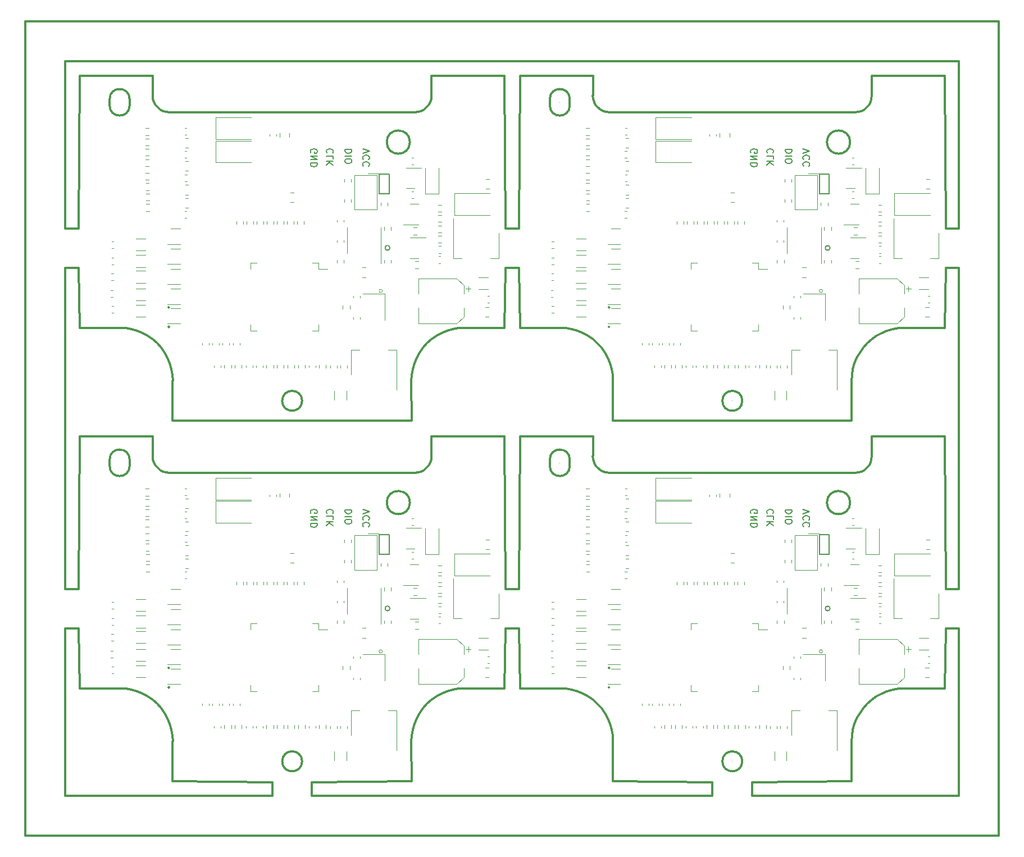
<source format=gbo>
%TF.GenerationSoftware,KiCad,Pcbnew,(6.0.0)*%
%TF.CreationDate,2022-02-12T17:38:03+08:00*%
%TF.ProjectId,SX7H02050048PB,53583748-3032-4303-9530-30343850422e,rev?*%
%TF.SameCoordinates,Original*%
%TF.FileFunction,Legend,Bot*%
%TF.FilePolarity,Positive*%
%FSLAX46Y46*%
G04 Gerber Fmt 4.6, Leading zero omitted, Abs format (unit mm)*
G04 Created by KiCad (PCBNEW (6.0.0)) date 2022-02-12 17:38:03*
%MOMM*%
%LPD*%
G01*
G04 APERTURE LIST*
%TA.AperFunction,Profile*%
%ADD10C,0.350000*%
%TD*%
%ADD11C,0.150000*%
%TA.AperFunction,Profile*%
%ADD12C,0.010049*%
%TD*%
%TA.AperFunction,Profile*%
%ADD13C,0.010050*%
%TD*%
%ADD14C,0.120000*%
%ADD15C,0.200000*%
G04 APERTURE END LIST*
D10*
X129525000Y-134700122D02*
X129525000Y-136700122D01*
X123525000Y-134700122D02*
X123525000Y-136700122D01*
X129525000Y-136700122D02*
X160700000Y-136700122D01*
X63175000Y-136700122D02*
X123525000Y-136700122D01*
X129525000Y-134700122D02*
X144525000Y-134525122D01*
X108525000Y-134525122D02*
X123525000Y-134700122D01*
X63175000Y-134700122D02*
X63175000Y-136700122D01*
X57175000Y-134700122D02*
X57175000Y-136700122D01*
X26000000Y-136700122D02*
X57175000Y-136700122D01*
X63175000Y-134700122D02*
X78175000Y-134525122D01*
X42175000Y-134525122D02*
X57175000Y-134700122D01*
X158700000Y-111525091D02*
X160700000Y-111525091D01*
X158700000Y-105525091D02*
X160700000Y-105525091D01*
X160700000Y-111525091D02*
X160700000Y-136700122D01*
X160700000Y-57175030D02*
X160700000Y-105525091D01*
X158700000Y-111525091D02*
X158525000Y-120525122D01*
X158525000Y-82525061D02*
X158700000Y-105525091D01*
X92350000Y-111525091D02*
X94350000Y-111525091D01*
X92350000Y-105525091D02*
X94350000Y-105525091D01*
X94350000Y-111525091D02*
X94525000Y-120525122D01*
X94525000Y-82525061D02*
X94350000Y-105525091D01*
X92350000Y-111525091D02*
X92175000Y-120525122D01*
X92175000Y-82525061D02*
X92350000Y-105525091D01*
X26000000Y-111525091D02*
X28000000Y-111525091D01*
X26000000Y-105525091D02*
X28000000Y-105525091D01*
X28000000Y-111525091D02*
X28175000Y-120525122D01*
X28175000Y-82525061D02*
X28000000Y-105525091D01*
X26000000Y-111525091D02*
X26000000Y-136700122D01*
X26000000Y-57175030D02*
X26000000Y-105525091D01*
X158700000Y-57175030D02*
X160700000Y-57175030D01*
X158700000Y-51175030D02*
X160700000Y-51175030D01*
X160700000Y-26000000D02*
X160700000Y-51175030D01*
X158700000Y-57175030D02*
X158525000Y-66175061D01*
X158525000Y-28175000D02*
X158700000Y-51175030D01*
X92350000Y-57175030D02*
X94350000Y-57175030D01*
X92350000Y-51175030D02*
X94350000Y-51175030D01*
X94350000Y-57175030D02*
X94525000Y-66175061D01*
X94525000Y-28175000D02*
X94350000Y-51175030D01*
X92350000Y-57175030D02*
X92175000Y-66175061D01*
X92175000Y-28175000D02*
X92350000Y-51175030D01*
X26000000Y-57175030D02*
X28000000Y-57175030D01*
X26000000Y-51175030D02*
X28000000Y-51175030D01*
X28000000Y-57175030D02*
X28175000Y-66175061D01*
X28175000Y-28175000D02*
X28000000Y-51175030D01*
X26000000Y-26000000D02*
X26000000Y-51175030D01*
D11*
X137175378Y-93556780D02*
X138175378Y-93890114D01*
X137175378Y-94223447D01*
X138080140Y-95128209D02*
X138127759Y-95080590D01*
X138175378Y-94937733D01*
X138175378Y-94842494D01*
X138127759Y-94699637D01*
X138032521Y-94604399D01*
X137937283Y-94556780D01*
X137746807Y-94509161D01*
X137603950Y-94509161D01*
X137413474Y-94556780D01*
X137318236Y-94604399D01*
X137222998Y-94699637D01*
X137175378Y-94842494D01*
X137175378Y-94937733D01*
X137222998Y-95080590D01*
X137270617Y-95128209D01*
X138080140Y-96128209D02*
X138127759Y-96080590D01*
X138175378Y-95937733D01*
X138175378Y-95842494D01*
X138127759Y-95699637D01*
X138032521Y-95604399D01*
X137937283Y-95556780D01*
X137746807Y-95509161D01*
X137603950Y-95509161D01*
X137413474Y-95556780D01*
X137318236Y-95604399D01*
X137222998Y-95699637D01*
X137175378Y-95842494D01*
X137175378Y-95937733D01*
X137222998Y-96080590D01*
X137270617Y-96128209D01*
X129348998Y-94128209D02*
X129301378Y-94032971D01*
X129301378Y-93890114D01*
X129348998Y-93747256D01*
X129444236Y-93652018D01*
X129539474Y-93604399D01*
X129729950Y-93556780D01*
X129872807Y-93556780D01*
X130063283Y-93604399D01*
X130158521Y-93652018D01*
X130253759Y-93747256D01*
X130301378Y-93890114D01*
X130301378Y-93985352D01*
X130253759Y-94128209D01*
X130206140Y-94175828D01*
X129872807Y-94175828D01*
X129872807Y-93985352D01*
X130301378Y-94604399D02*
X129301378Y-94604399D01*
X130301378Y-95175828D01*
X129301378Y-95175828D01*
X130301378Y-95652018D02*
X129301378Y-95652018D01*
X129301378Y-95890114D01*
X129348998Y-96032971D01*
X129444236Y-96128209D01*
X129539474Y-96175828D01*
X129729950Y-96223447D01*
X129872807Y-96223447D01*
X130063283Y-96175828D01*
X130158521Y-96128209D01*
X130253759Y-96032971D01*
X130301378Y-95890114D01*
X130301378Y-95652018D01*
X135508378Y-93612304D02*
X134508378Y-93612304D01*
X134508378Y-93850399D01*
X134555998Y-93993256D01*
X134651236Y-94088494D01*
X134746474Y-94136114D01*
X134936950Y-94183733D01*
X135079807Y-94183733D01*
X135270283Y-94136114D01*
X135365521Y-94088494D01*
X135460759Y-93993256D01*
X135508378Y-93850399D01*
X135508378Y-93612304D01*
X135508378Y-94612304D02*
X134508378Y-94612304D01*
X134508378Y-95278971D02*
X134508378Y-95469447D01*
X134555998Y-95564685D01*
X134651236Y-95659923D01*
X134841712Y-95707542D01*
X135175045Y-95707542D01*
X135365521Y-95659923D01*
X135460759Y-95564685D01*
X135508378Y-95469447D01*
X135508378Y-95278971D01*
X135460759Y-95183733D01*
X135365521Y-95088494D01*
X135175045Y-95040875D01*
X134841712Y-95040875D01*
X134651236Y-95088494D01*
X134555998Y-95183733D01*
X134508378Y-95278971D01*
X132619140Y-94167875D02*
X132666759Y-94120256D01*
X132714378Y-93977399D01*
X132714378Y-93882161D01*
X132666759Y-93739304D01*
X132571521Y-93644066D01*
X132476283Y-93596447D01*
X132285807Y-93548828D01*
X132142950Y-93548828D01*
X131952474Y-93596447D01*
X131857236Y-93644066D01*
X131761998Y-93739304D01*
X131714378Y-93882161D01*
X131714378Y-93977399D01*
X131761998Y-94120256D01*
X131809617Y-94167875D01*
X132714378Y-95072637D02*
X132714378Y-94596447D01*
X131714378Y-94596447D01*
X132714378Y-95405971D02*
X131714378Y-95405971D01*
X132714378Y-95977399D02*
X132142950Y-95548828D01*
X131714378Y-95977399D02*
X132285807Y-95405971D01*
D10*
X107063636Y-87845923D02*
X106629371Y-87613806D01*
X108336707Y-126742102D02*
X108487220Y-127627966D01*
X147529212Y-122260596D02*
X148262061Y-121740637D01*
X107309485Y-124262122D02*
X107744117Y-125048560D01*
X105525000Y-85525061D02*
X105525000Y-82525061D01*
X108025000Y-88037146D02*
X107534888Y-87988928D01*
X144525000Y-134525122D02*
X144512427Y-128525122D01*
X107534888Y-87988928D02*
X107063636Y-87845923D01*
X144713294Y-126742102D02*
X144962073Y-125878699D01*
X144512427Y-128525122D02*
X144562781Y-127627966D01*
X106789527Y-123529334D02*
X107309485Y-124262122D01*
X145740516Y-124262122D02*
X146260474Y-123529334D01*
X105704139Y-86486426D02*
X105561133Y-86015173D01*
X147113746Y-86920691D02*
X146801307Y-87301367D01*
X149878638Y-120962134D02*
X150742041Y-120713355D01*
X99025000Y-87019080D02*
X99025000Y-86019080D01*
X108087928Y-125878699D02*
X108336707Y-126742102D01*
X105525000Y-82525061D02*
X94525000Y-82525061D01*
X128028967Y-131525122D02*
G75*
G03*
X128028967Y-131525122I-1499999J0D01*
G01*
X147525000Y-85525061D02*
X147537085Y-85525061D01*
X107744117Y-125048560D02*
X108087928Y-125878699D01*
X158525000Y-82525061D02*
X147525000Y-82525061D01*
X105936255Y-86920691D02*
X105704139Y-86486426D01*
X108487220Y-127627966D02*
X108537574Y-128525122D01*
X105512915Y-85525061D02*
X105525000Y-85525061D01*
X150742041Y-120713355D02*
X151627906Y-120562842D01*
X144285436Y-92520422D02*
G75*
G03*
X144285436Y-92520422I-1749999J0D01*
G01*
X102025000Y-86019080D02*
G75*
G03*
X99025000Y-86019080I-1500000J0D01*
G01*
X99025000Y-87019080D02*
G75*
G03*
X102025000Y-87019080I1500000J0D01*
G01*
X144562781Y-127627966D02*
X144713294Y-126742102D01*
X103171363Y-120962134D02*
X104001502Y-121306006D01*
X108537574Y-128525122D02*
X108525000Y-128525122D01*
X101422095Y-120562842D02*
X102307959Y-120713355D01*
X146260474Y-123529334D02*
X146859229Y-122859351D01*
X148262061Y-121740637D02*
X149048499Y-121306006D01*
D12*
X126533992Y-131525122D02*
G75*
G03*
X126533992Y-131525122I-5024J0D01*
G01*
D10*
X152525000Y-120525122D02*
X158525000Y-120525122D01*
X106190772Y-122859351D02*
X106789527Y-123529334D01*
X94525000Y-120525122D02*
X100525000Y-120512488D01*
X147537085Y-85525061D02*
X147488868Y-86015173D01*
X146859229Y-122859351D02*
X147529212Y-122260596D01*
X145305884Y-125048560D02*
X145740516Y-124262122D01*
X106248694Y-87301367D02*
X105936255Y-86920691D01*
D12*
X142540461Y-92520422D02*
G75*
G03*
X142540461Y-92520422I-5024J0D01*
G01*
D10*
X105520789Y-122260596D02*
X106190772Y-122859351D01*
X147488868Y-86015173D02*
X147345862Y-86486426D01*
X152525000Y-120512488D02*
X152525000Y-120525122D01*
X145025000Y-88025061D02*
X108025000Y-88025061D01*
X145515113Y-87988928D02*
X145025000Y-88037146D01*
X102025000Y-86019080D02*
X102025000Y-87019080D01*
X147345862Y-86486426D02*
X147113746Y-86920691D01*
X104787940Y-121740637D02*
X105520789Y-122260596D01*
X108025000Y-88025061D02*
X108025000Y-88037146D01*
X147525000Y-82525061D02*
X147525000Y-85525061D01*
X145986365Y-87845923D02*
X145515113Y-87988928D01*
X146801307Y-87301367D02*
X146420630Y-87613806D01*
X149048499Y-121306006D02*
X149878638Y-120962134D01*
X145025000Y-88037146D02*
X145025000Y-88025061D01*
X102307959Y-120713355D02*
X103171363Y-120962134D01*
X144962073Y-125878699D02*
X145305884Y-125048560D01*
D13*
X100530025Y-86519080D02*
G75*
G03*
X100530025Y-86519080I-5025J0D01*
G01*
D10*
X146420630Y-87613806D02*
X145986365Y-87845923D01*
X151627906Y-120562842D02*
X152525000Y-120512488D01*
X104001502Y-121306006D02*
X104787940Y-121740637D01*
X100525000Y-120512488D02*
X101422095Y-120562842D01*
X106629371Y-87613806D02*
X106248694Y-87301367D01*
X105561133Y-86015173D02*
X105512915Y-85525061D01*
X108525000Y-128525122D02*
X108525000Y-134525122D01*
D11*
X141257208Y-108479114D02*
G75*
G03*
X141257208Y-108479114I-359210J0D01*
G01*
X70825378Y-93556780D02*
X71825378Y-93890114D01*
X70825378Y-94223447D01*
X71730140Y-95128209D02*
X71777759Y-95080590D01*
X71825378Y-94937733D01*
X71825378Y-94842494D01*
X71777759Y-94699637D01*
X71682521Y-94604399D01*
X71587283Y-94556780D01*
X71396807Y-94509161D01*
X71253950Y-94509161D01*
X71063474Y-94556780D01*
X70968236Y-94604399D01*
X70872998Y-94699637D01*
X70825378Y-94842494D01*
X70825378Y-94937733D01*
X70872998Y-95080590D01*
X70920617Y-95128209D01*
X71730140Y-96128209D02*
X71777759Y-96080590D01*
X71825378Y-95937733D01*
X71825378Y-95842494D01*
X71777759Y-95699637D01*
X71682521Y-95604399D01*
X71587283Y-95556780D01*
X71396807Y-95509161D01*
X71253950Y-95509161D01*
X71063474Y-95556780D01*
X70968236Y-95604399D01*
X70872998Y-95699637D01*
X70825378Y-95842494D01*
X70825378Y-95937733D01*
X70872998Y-96080590D01*
X70920617Y-96128209D01*
X62998998Y-94128209D02*
X62951378Y-94032971D01*
X62951378Y-93890114D01*
X62998998Y-93747256D01*
X63094236Y-93652018D01*
X63189474Y-93604399D01*
X63379950Y-93556780D01*
X63522807Y-93556780D01*
X63713283Y-93604399D01*
X63808521Y-93652018D01*
X63903759Y-93747256D01*
X63951378Y-93890114D01*
X63951378Y-93985352D01*
X63903759Y-94128209D01*
X63856140Y-94175828D01*
X63522807Y-94175828D01*
X63522807Y-93985352D01*
X63951378Y-94604399D02*
X62951378Y-94604399D01*
X63951378Y-95175828D01*
X62951378Y-95175828D01*
X63951378Y-95652018D02*
X62951378Y-95652018D01*
X62951378Y-95890114D01*
X62998998Y-96032971D01*
X63094236Y-96128209D01*
X63189474Y-96175828D01*
X63379950Y-96223447D01*
X63522807Y-96223447D01*
X63713283Y-96175828D01*
X63808521Y-96128209D01*
X63903759Y-96032971D01*
X63951378Y-95890114D01*
X63951378Y-95652018D01*
X69158378Y-93612304D02*
X68158378Y-93612304D01*
X68158378Y-93850399D01*
X68205998Y-93993256D01*
X68301236Y-94088494D01*
X68396474Y-94136114D01*
X68586950Y-94183733D01*
X68729807Y-94183733D01*
X68920283Y-94136114D01*
X69015521Y-94088494D01*
X69110759Y-93993256D01*
X69158378Y-93850399D01*
X69158378Y-93612304D01*
X69158378Y-94612304D02*
X68158378Y-94612304D01*
X68158378Y-95278971D02*
X68158378Y-95469447D01*
X68205998Y-95564685D01*
X68301236Y-95659923D01*
X68491712Y-95707542D01*
X68825045Y-95707542D01*
X69015521Y-95659923D01*
X69110759Y-95564685D01*
X69158378Y-95469447D01*
X69158378Y-95278971D01*
X69110759Y-95183733D01*
X69015521Y-95088494D01*
X68825045Y-95040875D01*
X68491712Y-95040875D01*
X68301236Y-95088494D01*
X68205998Y-95183733D01*
X68158378Y-95278971D01*
X66269140Y-94167875D02*
X66316759Y-94120256D01*
X66364378Y-93977399D01*
X66364378Y-93882161D01*
X66316759Y-93739304D01*
X66221521Y-93644066D01*
X66126283Y-93596447D01*
X65935807Y-93548828D01*
X65792950Y-93548828D01*
X65602474Y-93596447D01*
X65507236Y-93644066D01*
X65411998Y-93739304D01*
X65364378Y-93882161D01*
X65364378Y-93977399D01*
X65411998Y-94120256D01*
X65459617Y-94167875D01*
X66364378Y-95072637D02*
X66364378Y-94596447D01*
X65364378Y-94596447D01*
X66364378Y-95405971D02*
X65364378Y-95405971D01*
X66364378Y-95977399D02*
X65792950Y-95548828D01*
X65364378Y-95977399D02*
X65935807Y-95405971D01*
D10*
X40713636Y-87845923D02*
X40279371Y-87613806D01*
X41986707Y-126742102D02*
X42137220Y-127627966D01*
X81179212Y-122260596D02*
X81912061Y-121740637D01*
X40959485Y-124262122D02*
X41394117Y-125048560D01*
X39175000Y-85525061D02*
X39175000Y-82525061D01*
X41675000Y-88037146D02*
X41184888Y-87988928D01*
X78175000Y-134525122D02*
X78162427Y-128525122D01*
X41184888Y-87988928D02*
X40713636Y-87845923D01*
X78363294Y-126742102D02*
X78612073Y-125878699D01*
X78162427Y-128525122D02*
X78212781Y-127627966D01*
X40439527Y-123529334D02*
X40959485Y-124262122D01*
X79390516Y-124262122D02*
X79910474Y-123529334D01*
X39354139Y-86486426D02*
X39211133Y-86015173D01*
X80763746Y-86920691D02*
X80451307Y-87301367D01*
X83528638Y-120962134D02*
X84392041Y-120713355D01*
X32675000Y-87019080D02*
X32675000Y-86019080D01*
X41737928Y-125878699D02*
X41986707Y-126742102D01*
X39175000Y-82525061D02*
X28175000Y-82525061D01*
X61678967Y-131525122D02*
G75*
G03*
X61678967Y-131525122I-1499999J0D01*
G01*
X81175000Y-85525061D02*
X81187085Y-85525061D01*
X41394117Y-125048560D02*
X41737928Y-125878699D01*
X92175000Y-82525061D02*
X81175000Y-82525061D01*
X39586255Y-86920691D02*
X39354139Y-86486426D01*
X42137220Y-127627966D02*
X42187574Y-128525122D01*
X39162915Y-85525061D02*
X39175000Y-85525061D01*
X84392041Y-120713355D02*
X85277906Y-120562842D01*
X77935436Y-92520422D02*
G75*
G03*
X77935436Y-92520422I-1749999J0D01*
G01*
X35675000Y-86019080D02*
G75*
G03*
X32675000Y-86019080I-1500000J0D01*
G01*
X32675000Y-87019080D02*
G75*
G03*
X35675000Y-87019080I1500000J0D01*
G01*
X78212781Y-127627966D02*
X78363294Y-126742102D01*
X36821363Y-120962134D02*
X37651502Y-121306006D01*
X42187574Y-128525122D02*
X42175000Y-128525122D01*
X35072095Y-120562842D02*
X35957959Y-120713355D01*
X79910474Y-123529334D02*
X80509229Y-122859351D01*
X81912061Y-121740637D02*
X82698499Y-121306006D01*
D12*
X60183992Y-131525122D02*
G75*
G03*
X60183992Y-131525122I-5024J0D01*
G01*
D10*
X86175000Y-120525122D02*
X92175000Y-120525122D01*
X39840772Y-122859351D02*
X40439527Y-123529334D01*
X28175000Y-120525122D02*
X34175000Y-120512488D01*
X81187085Y-85525061D02*
X81138868Y-86015173D01*
X80509229Y-122859351D02*
X81179212Y-122260596D01*
X78955884Y-125048560D02*
X79390516Y-124262122D01*
X39898694Y-87301367D02*
X39586255Y-86920691D01*
D12*
X76190461Y-92520422D02*
G75*
G03*
X76190461Y-92520422I-5024J0D01*
G01*
D10*
X39170789Y-122260596D02*
X39840772Y-122859351D01*
X81138868Y-86015173D02*
X80995862Y-86486426D01*
X86175000Y-120512488D02*
X86175000Y-120525122D01*
X78675000Y-88025061D02*
X41675000Y-88025061D01*
X79165113Y-87988928D02*
X78675000Y-88037146D01*
X35675000Y-86019080D02*
X35675000Y-87019080D01*
X80995862Y-86486426D02*
X80763746Y-86920691D01*
X38437940Y-121740637D02*
X39170789Y-122260596D01*
X41675000Y-88025061D02*
X41675000Y-88037146D01*
X81175000Y-82525061D02*
X81175000Y-85525061D01*
X79636365Y-87845923D02*
X79165113Y-87988928D01*
X80451307Y-87301367D02*
X80070630Y-87613806D01*
X82698499Y-121306006D02*
X83528638Y-120962134D01*
X78675000Y-88037146D02*
X78675000Y-88025061D01*
X35957959Y-120713355D02*
X36821363Y-120962134D01*
X78612073Y-125878699D02*
X78955884Y-125048560D01*
D13*
X34180025Y-86519080D02*
G75*
G03*
X34180025Y-86519080I-5025J0D01*
G01*
D10*
X80070630Y-87613806D02*
X79636365Y-87845923D01*
X85277906Y-120562842D02*
X86175000Y-120512488D01*
X37651502Y-121306006D02*
X38437940Y-121740637D01*
X34175000Y-120512488D02*
X35072095Y-120562842D01*
X40279371Y-87613806D02*
X39898694Y-87301367D01*
X39211133Y-86015173D02*
X39162915Y-85525061D01*
X42175000Y-128525122D02*
X42175000Y-134525122D01*
D11*
X74907208Y-108479114D02*
G75*
G03*
X74907208Y-108479114I-359210J0D01*
G01*
X137175378Y-39206719D02*
X138175378Y-39540053D01*
X137175378Y-39873386D01*
X138080140Y-40778148D02*
X138127759Y-40730529D01*
X138175378Y-40587672D01*
X138175378Y-40492433D01*
X138127759Y-40349576D01*
X138032521Y-40254338D01*
X137937283Y-40206719D01*
X137746807Y-40159100D01*
X137603950Y-40159100D01*
X137413474Y-40206719D01*
X137318236Y-40254338D01*
X137222998Y-40349576D01*
X137175378Y-40492433D01*
X137175378Y-40587672D01*
X137222998Y-40730529D01*
X137270617Y-40778148D01*
X138080140Y-41778148D02*
X138127759Y-41730529D01*
X138175378Y-41587672D01*
X138175378Y-41492433D01*
X138127759Y-41349576D01*
X138032521Y-41254338D01*
X137937283Y-41206719D01*
X137746807Y-41159100D01*
X137603950Y-41159100D01*
X137413474Y-41206719D01*
X137318236Y-41254338D01*
X137222998Y-41349576D01*
X137175378Y-41492433D01*
X137175378Y-41587672D01*
X137222998Y-41730529D01*
X137270617Y-41778148D01*
X129348998Y-39778148D02*
X129301378Y-39682910D01*
X129301378Y-39540053D01*
X129348998Y-39397195D01*
X129444236Y-39301957D01*
X129539474Y-39254338D01*
X129729950Y-39206719D01*
X129872807Y-39206719D01*
X130063283Y-39254338D01*
X130158521Y-39301957D01*
X130253759Y-39397195D01*
X130301378Y-39540053D01*
X130301378Y-39635291D01*
X130253759Y-39778148D01*
X130206140Y-39825767D01*
X129872807Y-39825767D01*
X129872807Y-39635291D01*
X130301378Y-40254338D02*
X129301378Y-40254338D01*
X130301378Y-40825767D01*
X129301378Y-40825767D01*
X130301378Y-41301957D02*
X129301378Y-41301957D01*
X129301378Y-41540053D01*
X129348998Y-41682910D01*
X129444236Y-41778148D01*
X129539474Y-41825767D01*
X129729950Y-41873386D01*
X129872807Y-41873386D01*
X130063283Y-41825767D01*
X130158521Y-41778148D01*
X130253759Y-41682910D01*
X130301378Y-41540053D01*
X130301378Y-41301957D01*
X135508378Y-39262243D02*
X134508378Y-39262243D01*
X134508378Y-39500338D01*
X134555998Y-39643195D01*
X134651236Y-39738433D01*
X134746474Y-39786053D01*
X134936950Y-39833672D01*
X135079807Y-39833672D01*
X135270283Y-39786053D01*
X135365521Y-39738433D01*
X135460759Y-39643195D01*
X135508378Y-39500338D01*
X135508378Y-39262243D01*
X135508378Y-40262243D02*
X134508378Y-40262243D01*
X134508378Y-40928910D02*
X134508378Y-41119386D01*
X134555998Y-41214624D01*
X134651236Y-41309862D01*
X134841712Y-41357481D01*
X135175045Y-41357481D01*
X135365521Y-41309862D01*
X135460759Y-41214624D01*
X135508378Y-41119386D01*
X135508378Y-40928910D01*
X135460759Y-40833672D01*
X135365521Y-40738433D01*
X135175045Y-40690814D01*
X134841712Y-40690814D01*
X134651236Y-40738433D01*
X134555998Y-40833672D01*
X134508378Y-40928910D01*
X132619140Y-39817814D02*
X132666759Y-39770195D01*
X132714378Y-39627338D01*
X132714378Y-39532100D01*
X132666759Y-39389243D01*
X132571521Y-39294005D01*
X132476283Y-39246386D01*
X132285807Y-39198767D01*
X132142950Y-39198767D01*
X131952474Y-39246386D01*
X131857236Y-39294005D01*
X131761998Y-39389243D01*
X131714378Y-39532100D01*
X131714378Y-39627338D01*
X131761998Y-39770195D01*
X131809617Y-39817814D01*
X132714378Y-40722576D02*
X132714378Y-40246386D01*
X131714378Y-40246386D01*
X132714378Y-41055910D02*
X131714378Y-41055910D01*
X132714378Y-41627338D02*
X132142950Y-41198767D01*
X131714378Y-41627338D02*
X132285807Y-41055910D01*
D10*
X107063636Y-33495862D02*
X106629371Y-33263745D01*
X108336707Y-72392041D02*
X108487220Y-73277905D01*
X147529212Y-67910535D02*
X148262061Y-67390576D01*
X107309485Y-69912061D02*
X107744117Y-70698499D01*
X105525000Y-31175000D02*
X105525000Y-28175000D01*
X108025000Y-33687085D02*
X107534888Y-33638867D01*
X144525000Y-80175061D02*
X144512427Y-74175061D01*
X107534888Y-33638867D02*
X107063636Y-33495862D01*
X144713294Y-72392041D02*
X144962073Y-71528638D01*
X144512427Y-74175061D02*
X144562781Y-73277905D01*
X106789527Y-69179273D02*
X107309485Y-69912061D01*
X145740516Y-69912061D02*
X146260474Y-69179273D01*
X105704139Y-32136365D02*
X105561133Y-31665112D01*
X147113746Y-32570630D02*
X146801307Y-32951306D01*
X149878638Y-66612073D02*
X150742041Y-66363294D01*
X99025000Y-32669019D02*
X99025000Y-31669019D01*
X108087928Y-71528638D02*
X108336707Y-72392041D01*
X105525000Y-28175000D02*
X94525000Y-28175000D01*
X128028967Y-77175061D02*
G75*
G03*
X128028967Y-77175061I-1499999J0D01*
G01*
X147525000Y-31175000D02*
X147537085Y-31175000D01*
X107744117Y-70698499D02*
X108087928Y-71528638D01*
X158525000Y-28175000D02*
X147525000Y-28175000D01*
X105936255Y-32570630D02*
X105704139Y-32136365D01*
X108487220Y-73277905D02*
X108537574Y-74175061D01*
X105512915Y-31175000D02*
X105525000Y-31175000D01*
X150742041Y-66363294D02*
X151627906Y-66212781D01*
X144285436Y-38170361D02*
G75*
G03*
X144285436Y-38170361I-1749999J0D01*
G01*
X102025000Y-31669019D02*
G75*
G03*
X99025000Y-31669019I-1500000J0D01*
G01*
X99025000Y-32669019D02*
G75*
G03*
X102025000Y-32669019I1500000J0D01*
G01*
X144562781Y-73277905D02*
X144713294Y-72392041D01*
X103171363Y-66612073D02*
X104001502Y-66955945D01*
X108537574Y-74175061D02*
X108525000Y-74175061D01*
X101422095Y-66212781D02*
X102307959Y-66363294D01*
X146260474Y-69179273D02*
X146859229Y-68509290D01*
X148262061Y-67390576D02*
X149048499Y-66955945D01*
X108525000Y-80175061D02*
X144525000Y-80175061D01*
D12*
X126533992Y-77175061D02*
G75*
G03*
X126533992Y-77175061I-5024J0D01*
G01*
D10*
X152525000Y-66175061D02*
X158525000Y-66175061D01*
X106190772Y-68509290D02*
X106789527Y-69179273D01*
X94525000Y-66175061D02*
X100525000Y-66162427D01*
X147537085Y-31175000D02*
X147488868Y-31665112D01*
X146859229Y-68509290D02*
X147529212Y-67910535D01*
X145305884Y-70698499D02*
X145740516Y-69912061D01*
X106248694Y-32951306D02*
X105936255Y-32570630D01*
D12*
X142540461Y-38170361D02*
G75*
G03*
X142540461Y-38170361I-5024J0D01*
G01*
D10*
X105520789Y-67910535D02*
X106190772Y-68509290D01*
X147488868Y-31665112D02*
X147345862Y-32136365D01*
X152525000Y-66162427D02*
X152525000Y-66175061D01*
X145025000Y-33675000D02*
X108025000Y-33675000D01*
X145515113Y-33638867D02*
X145025000Y-33687085D01*
X102025000Y-31669019D02*
X102025000Y-32669019D01*
X147345862Y-32136365D02*
X147113746Y-32570630D01*
X104787940Y-67390576D02*
X105520789Y-67910535D01*
X108025000Y-33675000D02*
X108025000Y-33687085D01*
X147525000Y-28175000D02*
X147525000Y-31175000D01*
X145986365Y-33495862D02*
X145515113Y-33638867D01*
X146801307Y-32951306D02*
X146420630Y-33263745D01*
X149048499Y-66955945D02*
X149878638Y-66612073D01*
X145025000Y-33687085D02*
X145025000Y-33675000D01*
X102307959Y-66363294D02*
X103171363Y-66612073D01*
X144962073Y-71528638D02*
X145305884Y-70698499D01*
D13*
X100530025Y-32169019D02*
G75*
G03*
X100530025Y-32169019I-5025J0D01*
G01*
D10*
X146420630Y-33263745D02*
X145986365Y-33495862D01*
X151627906Y-66212781D02*
X152525000Y-66162427D01*
X104001502Y-66955945D02*
X104787940Y-67390576D01*
X100525000Y-66162427D02*
X101422095Y-66212781D01*
X106629371Y-33263745D02*
X106248694Y-32951306D01*
X105561133Y-31665112D02*
X105512915Y-31175000D01*
X108525000Y-74175061D02*
X108525000Y-80175061D01*
D11*
X141257208Y-54129053D02*
G75*
G03*
X141257208Y-54129053I-359210J0D01*
G01*
X70825378Y-39206719D02*
X71825378Y-39540053D01*
X70825378Y-39873386D01*
X71730140Y-40778148D02*
X71777759Y-40730529D01*
X71825378Y-40587672D01*
X71825378Y-40492433D01*
X71777759Y-40349576D01*
X71682521Y-40254338D01*
X71587283Y-40206719D01*
X71396807Y-40159100D01*
X71253950Y-40159100D01*
X71063474Y-40206719D01*
X70968236Y-40254338D01*
X70872998Y-40349576D01*
X70825378Y-40492433D01*
X70825378Y-40587672D01*
X70872998Y-40730529D01*
X70920617Y-40778148D01*
X71730140Y-41778148D02*
X71777759Y-41730529D01*
X71825378Y-41587672D01*
X71825378Y-41492433D01*
X71777759Y-41349576D01*
X71682521Y-41254338D01*
X71587283Y-41206719D01*
X71396807Y-41159100D01*
X71253950Y-41159100D01*
X71063474Y-41206719D01*
X70968236Y-41254338D01*
X70872998Y-41349576D01*
X70825378Y-41492433D01*
X70825378Y-41587672D01*
X70872998Y-41730529D01*
X70920617Y-41778148D01*
X62998998Y-39778148D02*
X62951378Y-39682910D01*
X62951378Y-39540053D01*
X62998998Y-39397195D01*
X63094236Y-39301957D01*
X63189474Y-39254338D01*
X63379950Y-39206719D01*
X63522807Y-39206719D01*
X63713283Y-39254338D01*
X63808521Y-39301957D01*
X63903759Y-39397195D01*
X63951378Y-39540053D01*
X63951378Y-39635291D01*
X63903759Y-39778148D01*
X63856140Y-39825767D01*
X63522807Y-39825767D01*
X63522807Y-39635291D01*
X63951378Y-40254338D02*
X62951378Y-40254338D01*
X63951378Y-40825767D01*
X62951378Y-40825767D01*
X63951378Y-41301957D02*
X62951378Y-41301957D01*
X62951378Y-41540053D01*
X62998998Y-41682910D01*
X63094236Y-41778148D01*
X63189474Y-41825767D01*
X63379950Y-41873386D01*
X63522807Y-41873386D01*
X63713283Y-41825767D01*
X63808521Y-41778148D01*
X63903759Y-41682910D01*
X63951378Y-41540053D01*
X63951378Y-41301957D01*
X69158378Y-39262243D02*
X68158378Y-39262243D01*
X68158378Y-39500338D01*
X68205998Y-39643195D01*
X68301236Y-39738433D01*
X68396474Y-39786053D01*
X68586950Y-39833672D01*
X68729807Y-39833672D01*
X68920283Y-39786053D01*
X69015521Y-39738433D01*
X69110759Y-39643195D01*
X69158378Y-39500338D01*
X69158378Y-39262243D01*
X69158378Y-40262243D02*
X68158378Y-40262243D01*
X68158378Y-40928910D02*
X68158378Y-41119386D01*
X68205998Y-41214624D01*
X68301236Y-41309862D01*
X68491712Y-41357481D01*
X68825045Y-41357481D01*
X69015521Y-41309862D01*
X69110759Y-41214624D01*
X69158378Y-41119386D01*
X69158378Y-40928910D01*
X69110759Y-40833672D01*
X69015521Y-40738433D01*
X68825045Y-40690814D01*
X68491712Y-40690814D01*
X68301236Y-40738433D01*
X68205998Y-40833672D01*
X68158378Y-40928910D01*
X66269140Y-39817814D02*
X66316759Y-39770195D01*
X66364378Y-39627338D01*
X66364378Y-39532100D01*
X66316759Y-39389243D01*
X66221521Y-39294005D01*
X66126283Y-39246386D01*
X65935807Y-39198767D01*
X65792950Y-39198767D01*
X65602474Y-39246386D01*
X65507236Y-39294005D01*
X65411998Y-39389243D01*
X65364378Y-39532100D01*
X65364378Y-39627338D01*
X65411998Y-39770195D01*
X65459617Y-39817814D01*
X66364378Y-40722576D02*
X66364378Y-40246386D01*
X65364378Y-40246386D01*
X66364378Y-41055910D02*
X65364378Y-41055910D01*
X66364378Y-41627338D02*
X65792950Y-41198767D01*
X65364378Y-41627338D02*
X65935807Y-41055910D01*
D10*
X40713636Y-33495862D02*
X40279371Y-33263745D01*
X41986707Y-72392041D02*
X42137220Y-73277905D01*
X81179212Y-67910535D02*
X81912061Y-67390576D01*
X40959485Y-69912061D02*
X41394117Y-70698499D01*
X39175000Y-31175000D02*
X39175000Y-28175000D01*
X41675000Y-33687085D02*
X41184888Y-33638867D01*
X78175000Y-80175061D02*
X78162427Y-74175061D01*
X41184888Y-33638867D02*
X40713636Y-33495862D01*
X78363294Y-72392041D02*
X78612073Y-71528638D01*
X78162427Y-74175061D02*
X78212781Y-73277905D01*
X40439527Y-69179273D02*
X40959485Y-69912061D01*
X79390516Y-69912061D02*
X79910474Y-69179273D01*
X39354139Y-32136365D02*
X39211133Y-31665112D01*
X80763746Y-32570630D02*
X80451307Y-32951306D01*
X83528638Y-66612073D02*
X84392041Y-66363294D01*
X32675000Y-32669019D02*
X32675000Y-31669019D01*
X41737928Y-71528638D02*
X41986707Y-72392041D01*
X39175000Y-28175000D02*
X28175000Y-28175000D01*
X61678967Y-77175061D02*
G75*
G03*
X61678967Y-77175061I-1499999J0D01*
G01*
X81175000Y-31175000D02*
X81187085Y-31175000D01*
X41394117Y-70698499D02*
X41737928Y-71528638D01*
X92175000Y-28175000D02*
X81175000Y-28175000D01*
X39586255Y-32570630D02*
X39354139Y-32136365D01*
X42137220Y-73277905D02*
X42187574Y-74175061D01*
X39162915Y-31175000D02*
X39175000Y-31175000D01*
X84392041Y-66363294D02*
X85277906Y-66212781D01*
X77935436Y-38170361D02*
G75*
G03*
X77935436Y-38170361I-1749999J0D01*
G01*
X35675000Y-31669019D02*
G75*
G03*
X32675000Y-31669019I-1500000J0D01*
G01*
X32675000Y-32669019D02*
G75*
G03*
X35675000Y-32669019I1500000J0D01*
G01*
X78212781Y-73277905D02*
X78363294Y-72392041D01*
X36821363Y-66612073D02*
X37651502Y-66955945D01*
X42187574Y-74175061D02*
X42175000Y-74175061D01*
X35072095Y-66212781D02*
X35957959Y-66363294D01*
X79910474Y-69179273D02*
X80509229Y-68509290D01*
X81912061Y-67390576D02*
X82698499Y-66955945D01*
X42175000Y-80175061D02*
X78175000Y-80175061D01*
D12*
X60183992Y-77175061D02*
G75*
G03*
X60183992Y-77175061I-5024J0D01*
G01*
D10*
X86175000Y-66175061D02*
X92175000Y-66175061D01*
X39840772Y-68509290D02*
X40439527Y-69179273D01*
X28175000Y-66175061D02*
X34175000Y-66162427D01*
X81187085Y-31175000D02*
X81138868Y-31665112D01*
X80509229Y-68509290D02*
X81179212Y-67910535D01*
X78955884Y-70698499D02*
X79390516Y-69912061D01*
X39898694Y-32951306D02*
X39586255Y-32570630D01*
D12*
X76190461Y-38170361D02*
G75*
G03*
X76190461Y-38170361I-5024J0D01*
G01*
D10*
X39170789Y-67910535D02*
X39840772Y-68509290D01*
X81138868Y-31665112D02*
X80995862Y-32136365D01*
X86175000Y-66162427D02*
X86175000Y-66175061D01*
X78675000Y-33675000D02*
X41675000Y-33675000D01*
X79165113Y-33638867D02*
X78675000Y-33687085D01*
X35675000Y-31669019D02*
X35675000Y-32669019D01*
X80995862Y-32136365D02*
X80763746Y-32570630D01*
X38437940Y-67390576D02*
X39170789Y-67910535D01*
X41675000Y-33675000D02*
X41675000Y-33687085D01*
X81175000Y-28175000D02*
X81175000Y-31175000D01*
X79636365Y-33495862D02*
X79165113Y-33638867D01*
X80451307Y-32951306D02*
X80070630Y-33263745D01*
X82698499Y-66955945D02*
X83528638Y-66612073D01*
X78675000Y-33687085D02*
X78675000Y-33675000D01*
X35957959Y-66363294D02*
X36821363Y-66612073D01*
X78612073Y-71528638D02*
X78955884Y-70698499D01*
D13*
X34180025Y-32169019D02*
G75*
G03*
X34180025Y-32169019I-5025J0D01*
G01*
D10*
X80070630Y-33263745D02*
X79636365Y-33495862D01*
X85277906Y-66212781D02*
X86175000Y-66162427D01*
X37651502Y-66955945D02*
X38437940Y-67390576D01*
X34175000Y-66162427D02*
X35072095Y-66212781D01*
X40279371Y-33263745D02*
X39898694Y-32951306D01*
X39211133Y-31665112D02*
X39162915Y-31175000D01*
X42175000Y-74175061D02*
X42175000Y-80175061D01*
D11*
X74907208Y-54129053D02*
G75*
G03*
X74907208Y-54129053I-359210J0D01*
G01*
D10*
X26000000Y-26000000D02*
X160700000Y-26000000D01*
X20000000Y-20000000D02*
X20000000Y-142700122D01*
X20000000Y-142700122D02*
X166700000Y-142700122D01*
X166700000Y-20000000D02*
X166700000Y-142700122D01*
X20000000Y-20000000D02*
X166700000Y-20000000D01*
D14*
%TO.C,Q105*%
X109651798Y-119892814D02*
X107751798Y-119892814D01*
X108251798Y-117572814D02*
X109651798Y-117572814D01*
D15*
X108085798Y-120383814D02*
G75*
G03*
X108085798Y-120383814I-150000J0D01*
G01*
D14*
%TO.C,D104*%
X114975998Y-95611114D02*
X114975998Y-92311114D01*
X114975998Y-95611114D02*
X120375998Y-95611114D01*
X114975998Y-92311114D02*
X120375998Y-92311114D01*
%TO.C,R123*%
X104940256Y-91980014D02*
X104465740Y-91980014D01*
X104940256Y-93025014D02*
X104465740Y-93025014D01*
%TO.C,C123*%
X118674998Y-122816534D02*
X118674998Y-123097694D01*
X117654998Y-122816534D02*
X117654998Y-123097694D01*
%TO.C,Q102*%
X157642998Y-106248114D02*
X157642998Y-110008114D01*
X150822998Y-110008114D02*
X152082998Y-110008114D01*
X157642998Y-110008114D02*
X156382998Y-110008114D01*
X150822998Y-103998114D02*
X150822998Y-110008114D01*
%TO.C,R143*%
X102974734Y-107072814D02*
X104428862Y-107072814D01*
X102974734Y-108892814D02*
X104428862Y-108892814D01*
%TO.C,R129*%
X104465740Y-95104214D02*
X104940256Y-95104214D01*
X104465740Y-96149214D02*
X104940256Y-96149214D01*
%TO.C,R128*%
X104478740Y-99781414D02*
X104953256Y-99781414D01*
X104478740Y-98736414D02*
X104953256Y-98736414D01*
%TO.C,C115*%
X135765198Y-119186094D02*
X135765198Y-118904934D01*
X136785198Y-119186094D02*
X136785198Y-118904934D01*
%TO.C,R125*%
X104940256Y-93529414D02*
X104465740Y-93529414D01*
X104940256Y-94574414D02*
X104465740Y-94574414D01*
%TO.C,L102*%
X119559998Y-126473994D02*
X119559998Y-126192834D01*
X120579998Y-126473994D02*
X120579998Y-126192834D01*
%TO.C,C104*%
X152435998Y-114134551D02*
X151371561Y-113070114D01*
X152435998Y-114134551D02*
X152435998Y-115420114D01*
X152435998Y-118825677D02*
X151371561Y-119890114D01*
X153069748Y-114238864D02*
X153069748Y-115026364D01*
X152435998Y-118825677D02*
X152435998Y-117540114D01*
X145615998Y-119890114D02*
X145615998Y-117540114D01*
X151371561Y-119890114D02*
X145615998Y-119890114D01*
X153463498Y-114632614D02*
X152675998Y-114632614D01*
X145615998Y-113070114D02*
X145615998Y-115420114D01*
X151371561Y-113070114D02*
X145615998Y-113070114D01*
%TO.C,C112*%
X124135998Y-91320534D02*
X124135998Y-91601694D01*
X123115998Y-91320534D02*
X123115998Y-91601694D01*
%TO.C,L104*%
X139335098Y-97475514D02*
X139335098Y-102665514D01*
X139335098Y-97475514D02*
X135915098Y-97475514D01*
X139335098Y-102665514D02*
X135915098Y-102665514D01*
X139575098Y-97225514D02*
X137975098Y-97225514D01*
X135915098Y-97475514D02*
X135915098Y-102665514D01*
X139575098Y-97225514D02*
X139575098Y-98670514D01*
%TO.C,R148*%
X135451498Y-98081856D02*
X135451498Y-98556372D01*
X134406498Y-98081856D02*
X134406498Y-98556372D01*
%TO.C,Y101*%
X137215998Y-115369114D02*
X140515998Y-115369114D01*
X140515998Y-115369114D02*
X140515998Y-119369114D01*
X140131998Y-114956114D02*
G75*
G03*
X140131998Y-114956114I-250000J0D01*
G01*
%TO.C,C142*%
X99497178Y-114899214D02*
X99216018Y-114899214D01*
X99497178Y-115919214D02*
X99216018Y-115919214D01*
%TO.C,R117*%
X131641498Y-126096156D02*
X131641498Y-126570672D01*
X130596498Y-126096156D02*
X130596498Y-126570672D01*
%TO.C,C103*%
X154664746Y-114723114D02*
X156087250Y-114723114D01*
X154664746Y-112903114D02*
X156087250Y-112903114D01*
%TO.C,C102*%
X148643818Y-109243114D02*
X148924978Y-109243114D01*
X148643818Y-108223114D02*
X148924978Y-108223114D01*
%TO.C,R130*%
X110899062Y-102432314D02*
X110444934Y-102432314D01*
X110899062Y-100962314D02*
X110444934Y-100962314D01*
%TO.C,C107*%
X155622746Y-117396114D02*
X156145250Y-117396114D01*
X155622746Y-118866114D02*
X156145250Y-118866114D01*
%TO.C,C141*%
X99592378Y-118242814D02*
X99311218Y-118242814D01*
X99592378Y-117222814D02*
X99311218Y-117222814D01*
%TO.C,R108*%
X116321598Y-126096156D02*
X116321598Y-126570672D01*
X117366598Y-126096156D02*
X117366598Y-126570672D01*
%TO.C,R139*%
X125838198Y-126096156D02*
X125838198Y-126570672D01*
X126883198Y-126096156D02*
X126883198Y-126570672D01*
%TO.C,C130*%
X110328218Y-93846714D02*
X110609378Y-93846714D01*
X110328218Y-94866714D02*
X110609378Y-94866714D01*
%TO.C,L101*%
X148912578Y-110767114D02*
X148631418Y-110767114D01*
X148912578Y-109747114D02*
X148631418Y-109747114D01*
%TO.C,C143*%
X99592378Y-109972814D02*
X99311218Y-109972814D01*
X99592378Y-110992814D02*
X99311218Y-110992814D01*
%TO.C,C108*%
X134695998Y-129992862D02*
X134695998Y-131415366D01*
X132875998Y-129992862D02*
X132875998Y-131415366D01*
%TO.C,D102*%
X150959998Y-103525114D02*
X150959998Y-100225114D01*
X150959998Y-103525114D02*
X156359998Y-103525114D01*
X150959998Y-100225114D02*
X156359998Y-100225114D01*
%TO.C,C147*%
X133275998Y-107603694D02*
X133275998Y-107322534D01*
X134295998Y-107603694D02*
X134295998Y-107322534D01*
%TO.C,R122*%
X104978656Y-101356214D02*
X104504140Y-101356214D01*
X104978656Y-100311214D02*
X104504140Y-100311214D01*
%TO.C,R107*%
X117896498Y-126096156D02*
X117896498Y-126570672D01*
X118941498Y-126096156D02*
X118941498Y-126570672D01*
%TO.C,R153*%
X133263498Y-110273856D02*
X133263498Y-110748372D01*
X134308498Y-110273856D02*
X134308498Y-110748372D01*
%TO.C,C126*%
X114479998Y-122816534D02*
X114479998Y-123097694D01*
X115499998Y-122816534D02*
X115499998Y-123097694D01*
D15*
%TO.C,R149*%
X141139999Y-97327117D02*
X139639997Y-97327117D01*
X141139999Y-100327116D02*
X141139999Y-97327117D01*
X139639997Y-100327116D02*
X139639997Y-97327117D01*
X141139999Y-100327116D02*
X139639997Y-100327116D01*
D14*
%TO.C,C125*%
X117023998Y-122816534D02*
X117023998Y-123097694D01*
X116003998Y-122816534D02*
X116003998Y-123097694D01*
%TO.C,R133*%
X110899062Y-95374314D02*
X110444934Y-95374314D01*
X110899062Y-96844314D02*
X110444934Y-96844314D01*
%TO.C,R137*%
X124252098Y-126096156D02*
X124252098Y-126570672D01*
X125297098Y-126096156D02*
X125297098Y-126570672D01*
%TO.C,R113*%
X121198498Y-104431856D02*
X121198498Y-104906372D01*
X122243498Y-104431856D02*
X122243498Y-104906372D01*
%TO.C,C106*%
X114747998Y-126192834D02*
X114747998Y-126473994D01*
X115767998Y-126192834D02*
X115767998Y-126473994D01*
%TO.C,R111*%
X135222898Y-117182656D02*
X135222898Y-117657172D01*
X134177898Y-117182656D02*
X134177898Y-117657172D01*
%TO.C,R136*%
X122722498Y-104431856D02*
X122722498Y-104906372D01*
X123767498Y-104431856D02*
X123767498Y-104906372D01*
%TO.C,R104*%
X148547140Y-107675614D02*
X149021656Y-107675614D01*
X148547140Y-106630614D02*
X149021656Y-106630614D01*
%TO.C,C146*%
X134295998Y-104555694D02*
X134295998Y-104274534D01*
X133275998Y-104555694D02*
X133275998Y-104274534D01*
%TO.C,C127*%
X110328218Y-102965314D02*
X110609378Y-102965314D01*
X110328218Y-103985314D02*
X110609378Y-103985314D01*
%TO.C,C101*%
X156272250Y-98092114D02*
X155749746Y-98092114D01*
X156272250Y-99562114D02*
X155749746Y-99562114D01*
%TO.C,Q101*%
X144961998Y-101839114D02*
X145611998Y-101839114D01*
X144961998Y-104959114D02*
X145611998Y-104959114D01*
X144961998Y-104959114D02*
X143286998Y-104959114D01*
X144961998Y-101839114D02*
X144311998Y-101839114D01*
%TO.C,Q104*%
X109642598Y-113968014D02*
X107742598Y-113968014D01*
X108242598Y-111648014D02*
X109642598Y-111648014D01*
%TO.C,R145*%
X102974734Y-118892814D02*
X104428862Y-118892814D01*
X102974734Y-117072814D02*
X104428862Y-117072814D01*
%TO.C,R101*%
X145105740Y-110496614D02*
X145580256Y-110496614D01*
X145105740Y-111541614D02*
X145580256Y-111541614D01*
%TO.C,Q107*%
X108251798Y-108572814D02*
X109651798Y-108572814D01*
X109651798Y-110892814D02*
X107751798Y-110892814D01*
%TO.C,D103*%
X144961998Y-110039114D02*
X144311998Y-110039114D01*
X144961998Y-106919114D02*
X144311998Y-106919114D01*
X144961998Y-110039114D02*
X145611998Y-110039114D01*
X144961998Y-106919114D02*
X146636998Y-106919114D01*
%TO.C,U102*%
X130488598Y-110735114D02*
X130488598Y-111685114D01*
X120268598Y-120955114D02*
X120268598Y-120005114D01*
X121218598Y-110735114D02*
X120268598Y-110735114D01*
X121218598Y-120955114D02*
X120268598Y-120955114D01*
X120268598Y-110735114D02*
X120268598Y-111685114D01*
X129538598Y-120955114D02*
X130488598Y-120955114D01*
X130488598Y-111685114D02*
X131828598Y-111685114D01*
X129538598Y-110735114D02*
X130488598Y-110735114D01*
X130488598Y-120955114D02*
X130488598Y-120005114D01*
%TO.C,U101*%
X142275998Y-129851114D02*
X142275998Y-123841114D01*
X135455998Y-123841114D02*
X136715998Y-123841114D01*
X135455998Y-127601114D02*
X135455998Y-123841114D01*
X142275998Y-123841114D02*
X141015998Y-123841114D01*
%TO.C,C105*%
X155997418Y-115716114D02*
X156278578Y-115716114D01*
X155997418Y-116736114D02*
X156278578Y-116736114D01*
%TO.C,D108*%
X144326998Y-96378114D02*
X143676998Y-96378114D01*
X144326998Y-99498114D02*
X144976998Y-99498114D01*
X144326998Y-96378114D02*
X146001998Y-96378114D01*
X144326998Y-99498114D02*
X143676998Y-99498114D01*
%TO.C,R141*%
X122665998Y-126096156D02*
X122665998Y-126570672D01*
X123710998Y-126096156D02*
X123710998Y-126570672D01*
%TO.C,C140*%
X99583178Y-113332414D02*
X99302018Y-113332414D01*
X99583178Y-112312414D02*
X99302018Y-112312414D01*
%TO.C,R105*%
X149009256Y-101987614D02*
X148534740Y-101987614D01*
X149009256Y-103032614D02*
X148534740Y-103032614D01*
%TO.C,R150*%
X135451498Y-101129856D02*
X135451498Y-101604372D01*
X134406498Y-101129856D02*
X134406498Y-101604372D01*
%TO.C,U104*%
X134781998Y-107336114D02*
X134781998Y-105386114D01*
X139901998Y-107336114D02*
X139901998Y-110786114D01*
X134781998Y-107336114D02*
X134781998Y-109286114D01*
X139901998Y-107336114D02*
X139901998Y-105386114D01*
%TO.C,C110*%
X132259998Y-126526694D02*
X132259998Y-126245534D01*
X133279998Y-126526694D02*
X133279998Y-126245534D01*
%TO.C,R151*%
X140912498Y-102112372D02*
X140912498Y-101637856D01*
X139867498Y-102112372D02*
X139867498Y-101637856D01*
%TO.C,D101*%
X146628998Y-100315114D02*
X146628998Y-96415114D01*
X148628998Y-100315114D02*
X146628998Y-100315114D01*
X148628998Y-100315114D02*
X148628998Y-96415114D01*
%TO.C,R146*%
X102998334Y-116420814D02*
X104452462Y-116420814D01*
X102998334Y-114600814D02*
X104452462Y-114600814D01*
%TO.C,Q103*%
X108251798Y-105572814D02*
X109651798Y-105572814D01*
X109651798Y-107892814D02*
X107751798Y-107892814D01*
%TO.C,C128*%
X110353618Y-91412314D02*
X110634778Y-91412314D01*
X110353618Y-90392314D02*
X110634778Y-90392314D01*
%TO.C,Q106*%
X108251798Y-114630214D02*
X109651798Y-114630214D01*
X109651798Y-116950214D02*
X107751798Y-116950214D01*
D15*
X108085798Y-117441214D02*
G75*
G03*
X108085798Y-117441214I-150000J0D01*
G01*
D14*
%TO.C,R144*%
X102965534Y-113732414D02*
X104419662Y-113732414D01*
X102965534Y-111912414D02*
X104419662Y-111912414D01*
%TO.C,R142*%
X128469298Y-126096156D02*
X128469298Y-126570672D01*
X127424298Y-126096156D02*
X127424298Y-126570672D01*
%TO.C,R114*%
X125291498Y-104431856D02*
X125291498Y-104906372D01*
X124246498Y-104431856D02*
X124246498Y-104906372D01*
%TO.C,R135*%
X119674498Y-104431856D02*
X119674498Y-104906372D01*
X120719498Y-104431856D02*
X120719498Y-104906372D01*
%TO.C,R147*%
X102974734Y-111392814D02*
X104428862Y-111392814D01*
X102974734Y-109572814D02*
X104428862Y-109572814D01*
%TO.C,C137*%
X121092398Y-126192834D02*
X121092398Y-126473994D01*
X122112398Y-126192834D02*
X122112398Y-126473994D01*
%TO.C,C132*%
X126285746Y-101594114D02*
X126808250Y-101594114D01*
X126285746Y-100124114D02*
X126808250Y-100124114D01*
%TO.C,C111*%
X133783998Y-126526694D02*
X133783998Y-126245534D01*
X134803998Y-126526694D02*
X134803998Y-126245534D01*
%TO.C,R106*%
X149009256Y-104556614D02*
X148534740Y-104556614D01*
X149009256Y-103511614D02*
X148534740Y-103511614D01*
%TO.C,R115*%
X125770498Y-104906372D02*
X125770498Y-104431856D01*
X126815498Y-104906372D02*
X126815498Y-104431856D01*
%TO.C,R103*%
X149021656Y-105106614D02*
X148547140Y-105106614D01*
X149021656Y-106151614D02*
X148547140Y-106151614D01*
%TO.C,R126*%
X104529540Y-101860614D02*
X105004056Y-101860614D01*
X104529540Y-102905614D02*
X105004056Y-102905614D01*
%TO.C,C145*%
X144567418Y-99968114D02*
X144848578Y-99968114D01*
X144567418Y-100988114D02*
X144848578Y-100988114D01*
%TO.C,C109*%
X126110998Y-91199862D02*
X126110998Y-91722366D01*
X124640998Y-91199862D02*
X124640998Y-91722366D01*
%TO.C,R127*%
X104465740Y-90430614D02*
X104940256Y-90430614D01*
X104465740Y-91475614D02*
X104940256Y-91475614D01*
%TO.C,C114*%
X136785198Y-115704534D02*
X136785198Y-115985694D01*
X135765198Y-115704534D02*
X135765198Y-115985694D01*
%TO.C,C124*%
X113975998Y-122816534D02*
X113975998Y-123097694D01*
X112955998Y-122816534D02*
X112955998Y-123097694D01*
%TO.C,D105*%
X114975998Y-88811114D02*
X120375998Y-88811114D01*
X114975998Y-92111114D02*
X120375998Y-92111114D01*
X114975998Y-92111114D02*
X114975998Y-88811114D01*
%TO.C,C138*%
X130042898Y-126192834D02*
X130042898Y-126473994D01*
X129022898Y-126192834D02*
X129022898Y-126473994D01*
%TO.C,R131*%
X110899062Y-93364514D02*
X110444934Y-93364514D01*
X110899062Y-91894514D02*
X110444934Y-91894514D01*
%TO.C,R132*%
X110899062Y-98981114D02*
X110444934Y-98981114D01*
X110899062Y-100451114D02*
X110444934Y-100451114D01*
%TO.C,C139*%
X99592378Y-107472814D02*
X99311218Y-107472814D01*
X99592378Y-108492814D02*
X99311218Y-108492814D01*
%TO.C,R102*%
X144851740Y-105416614D02*
X145326256Y-105416614D01*
X144851740Y-106461614D02*
X145326256Y-106461614D01*
%TO.C,R152*%
X140375498Y-105320856D02*
X140375498Y-105795372D01*
X141420498Y-105320856D02*
X141420498Y-105795372D01*
%TO.C,R154*%
X140375498Y-110273856D02*
X140375498Y-110748372D01*
X141420498Y-110273856D02*
X141420498Y-110748372D01*
%TO.C,C129*%
X110379018Y-98448114D02*
X110660178Y-98448114D01*
X110379018Y-97428114D02*
X110660178Y-97428114D01*
%TO.C,C144*%
X144848578Y-94888114D02*
X144567418Y-94888114D01*
X144848578Y-95908114D02*
X144567418Y-95908114D01*
%TO.C,R134*%
X119195498Y-104906372D02*
X119195498Y-104431856D01*
X118150498Y-104906372D02*
X118150498Y-104431856D01*
%TO.C,L105*%
X128339498Y-104906372D02*
X128339498Y-104431856D01*
X127294498Y-104906372D02*
X127294498Y-104431856D01*
%TO.C,R124*%
X104940256Y-97187014D02*
X104465740Y-97187014D01*
X104940256Y-98232014D02*
X104465740Y-98232014D01*
%TO.C,C148*%
X137080746Y-112897114D02*
X137603250Y-112897114D01*
X137080746Y-111427114D02*
X137603250Y-111427114D01*
%TO.C,Q105*%
X43301798Y-119892814D02*
X41401798Y-119892814D01*
X41901798Y-117572814D02*
X43301798Y-117572814D01*
D15*
X41735798Y-120383814D02*
G75*
G03*
X41735798Y-120383814I-150000J0D01*
G01*
D14*
%TO.C,D104*%
X48625998Y-95611114D02*
X48625998Y-92311114D01*
X48625998Y-95611114D02*
X54025998Y-95611114D01*
X48625998Y-92311114D02*
X54025998Y-92311114D01*
%TO.C,R123*%
X38590256Y-91980014D02*
X38115740Y-91980014D01*
X38590256Y-93025014D02*
X38115740Y-93025014D01*
%TO.C,C123*%
X52324998Y-122816534D02*
X52324998Y-123097694D01*
X51304998Y-122816534D02*
X51304998Y-123097694D01*
%TO.C,Q102*%
X91292998Y-106248114D02*
X91292998Y-110008114D01*
X84472998Y-110008114D02*
X85732998Y-110008114D01*
X91292998Y-110008114D02*
X90032998Y-110008114D01*
X84472998Y-103998114D02*
X84472998Y-110008114D01*
%TO.C,R143*%
X36624734Y-107072814D02*
X38078862Y-107072814D01*
X36624734Y-108892814D02*
X38078862Y-108892814D01*
%TO.C,R129*%
X38115740Y-95104214D02*
X38590256Y-95104214D01*
X38115740Y-96149214D02*
X38590256Y-96149214D01*
%TO.C,R128*%
X38128740Y-99781414D02*
X38603256Y-99781414D01*
X38128740Y-98736414D02*
X38603256Y-98736414D01*
%TO.C,C115*%
X69415198Y-119186094D02*
X69415198Y-118904934D01*
X70435198Y-119186094D02*
X70435198Y-118904934D01*
%TO.C,R125*%
X38590256Y-93529414D02*
X38115740Y-93529414D01*
X38590256Y-94574414D02*
X38115740Y-94574414D01*
%TO.C,L102*%
X53209998Y-126473994D02*
X53209998Y-126192834D01*
X54229998Y-126473994D02*
X54229998Y-126192834D01*
%TO.C,C104*%
X86085998Y-114134551D02*
X85021561Y-113070114D01*
X86085998Y-114134551D02*
X86085998Y-115420114D01*
X86085998Y-118825677D02*
X85021561Y-119890114D01*
X86719748Y-114238864D02*
X86719748Y-115026364D01*
X86085998Y-118825677D02*
X86085998Y-117540114D01*
X79265998Y-119890114D02*
X79265998Y-117540114D01*
X85021561Y-119890114D02*
X79265998Y-119890114D01*
X87113498Y-114632614D02*
X86325998Y-114632614D01*
X79265998Y-113070114D02*
X79265998Y-115420114D01*
X85021561Y-113070114D02*
X79265998Y-113070114D01*
%TO.C,C112*%
X57785998Y-91320534D02*
X57785998Y-91601694D01*
X56765998Y-91320534D02*
X56765998Y-91601694D01*
%TO.C,L104*%
X72985098Y-97475514D02*
X72985098Y-102665514D01*
X72985098Y-97475514D02*
X69565098Y-97475514D01*
X72985098Y-102665514D02*
X69565098Y-102665514D01*
X73225098Y-97225514D02*
X71625098Y-97225514D01*
X69565098Y-97475514D02*
X69565098Y-102665514D01*
X73225098Y-97225514D02*
X73225098Y-98670514D01*
%TO.C,R148*%
X69101498Y-98081856D02*
X69101498Y-98556372D01*
X68056498Y-98081856D02*
X68056498Y-98556372D01*
%TO.C,Y101*%
X70865998Y-115369114D02*
X74165998Y-115369114D01*
X74165998Y-115369114D02*
X74165998Y-119369114D01*
X73781998Y-114956114D02*
G75*
G03*
X73781998Y-114956114I-250000J0D01*
G01*
%TO.C,C142*%
X33147178Y-114899214D02*
X32866018Y-114899214D01*
X33147178Y-115919214D02*
X32866018Y-115919214D01*
%TO.C,R117*%
X65291498Y-126096156D02*
X65291498Y-126570672D01*
X64246498Y-126096156D02*
X64246498Y-126570672D01*
%TO.C,C103*%
X88314746Y-114723114D02*
X89737250Y-114723114D01*
X88314746Y-112903114D02*
X89737250Y-112903114D01*
%TO.C,C102*%
X82293818Y-109243114D02*
X82574978Y-109243114D01*
X82293818Y-108223114D02*
X82574978Y-108223114D01*
%TO.C,R130*%
X44549062Y-102432314D02*
X44094934Y-102432314D01*
X44549062Y-100962314D02*
X44094934Y-100962314D01*
%TO.C,C107*%
X89272746Y-117396114D02*
X89795250Y-117396114D01*
X89272746Y-118866114D02*
X89795250Y-118866114D01*
%TO.C,C141*%
X33242378Y-118242814D02*
X32961218Y-118242814D01*
X33242378Y-117222814D02*
X32961218Y-117222814D01*
%TO.C,R108*%
X49971598Y-126096156D02*
X49971598Y-126570672D01*
X51016598Y-126096156D02*
X51016598Y-126570672D01*
%TO.C,R139*%
X59488198Y-126096156D02*
X59488198Y-126570672D01*
X60533198Y-126096156D02*
X60533198Y-126570672D01*
%TO.C,C130*%
X43978218Y-93846714D02*
X44259378Y-93846714D01*
X43978218Y-94866714D02*
X44259378Y-94866714D01*
%TO.C,L101*%
X82562578Y-110767114D02*
X82281418Y-110767114D01*
X82562578Y-109747114D02*
X82281418Y-109747114D01*
%TO.C,C143*%
X33242378Y-109972814D02*
X32961218Y-109972814D01*
X33242378Y-110992814D02*
X32961218Y-110992814D01*
%TO.C,C108*%
X68345998Y-129992862D02*
X68345998Y-131415366D01*
X66525998Y-129992862D02*
X66525998Y-131415366D01*
%TO.C,D102*%
X84609998Y-103525114D02*
X84609998Y-100225114D01*
X84609998Y-103525114D02*
X90009998Y-103525114D01*
X84609998Y-100225114D02*
X90009998Y-100225114D01*
%TO.C,C147*%
X66925998Y-107603694D02*
X66925998Y-107322534D01*
X67945998Y-107603694D02*
X67945998Y-107322534D01*
%TO.C,R122*%
X38628656Y-101356214D02*
X38154140Y-101356214D01*
X38628656Y-100311214D02*
X38154140Y-100311214D01*
%TO.C,R107*%
X51546498Y-126096156D02*
X51546498Y-126570672D01*
X52591498Y-126096156D02*
X52591498Y-126570672D01*
%TO.C,R153*%
X66913498Y-110273856D02*
X66913498Y-110748372D01*
X67958498Y-110273856D02*
X67958498Y-110748372D01*
%TO.C,C126*%
X48129998Y-122816534D02*
X48129998Y-123097694D01*
X49149998Y-122816534D02*
X49149998Y-123097694D01*
D15*
%TO.C,R149*%
X74789999Y-97327117D02*
X73289997Y-97327117D01*
X74789999Y-100327116D02*
X74789999Y-97327117D01*
X73289997Y-100327116D02*
X73289997Y-97327117D01*
X74789999Y-100327116D02*
X73289997Y-100327116D01*
D14*
%TO.C,C125*%
X50673998Y-122816534D02*
X50673998Y-123097694D01*
X49653998Y-122816534D02*
X49653998Y-123097694D01*
%TO.C,R133*%
X44549062Y-95374314D02*
X44094934Y-95374314D01*
X44549062Y-96844314D02*
X44094934Y-96844314D01*
%TO.C,R137*%
X57902098Y-126096156D02*
X57902098Y-126570672D01*
X58947098Y-126096156D02*
X58947098Y-126570672D01*
%TO.C,R113*%
X54848498Y-104431856D02*
X54848498Y-104906372D01*
X55893498Y-104431856D02*
X55893498Y-104906372D01*
%TO.C,C106*%
X48397998Y-126192834D02*
X48397998Y-126473994D01*
X49417998Y-126192834D02*
X49417998Y-126473994D01*
%TO.C,R111*%
X68872898Y-117182656D02*
X68872898Y-117657172D01*
X67827898Y-117182656D02*
X67827898Y-117657172D01*
%TO.C,R136*%
X56372498Y-104431856D02*
X56372498Y-104906372D01*
X57417498Y-104431856D02*
X57417498Y-104906372D01*
%TO.C,R104*%
X82197140Y-107675614D02*
X82671656Y-107675614D01*
X82197140Y-106630614D02*
X82671656Y-106630614D01*
%TO.C,C146*%
X67945998Y-104555694D02*
X67945998Y-104274534D01*
X66925998Y-104555694D02*
X66925998Y-104274534D01*
%TO.C,C127*%
X43978218Y-102965314D02*
X44259378Y-102965314D01*
X43978218Y-103985314D02*
X44259378Y-103985314D01*
%TO.C,C101*%
X89922250Y-98092114D02*
X89399746Y-98092114D01*
X89922250Y-99562114D02*
X89399746Y-99562114D01*
%TO.C,Q101*%
X78611998Y-101839114D02*
X79261998Y-101839114D01*
X78611998Y-104959114D02*
X79261998Y-104959114D01*
X78611998Y-104959114D02*
X76936998Y-104959114D01*
X78611998Y-101839114D02*
X77961998Y-101839114D01*
%TO.C,Q104*%
X43292598Y-113968014D02*
X41392598Y-113968014D01*
X41892598Y-111648014D02*
X43292598Y-111648014D01*
%TO.C,R145*%
X36624734Y-118892814D02*
X38078862Y-118892814D01*
X36624734Y-117072814D02*
X38078862Y-117072814D01*
%TO.C,R101*%
X78755740Y-110496614D02*
X79230256Y-110496614D01*
X78755740Y-111541614D02*
X79230256Y-111541614D01*
%TO.C,Q107*%
X41901798Y-108572814D02*
X43301798Y-108572814D01*
X43301798Y-110892814D02*
X41401798Y-110892814D01*
%TO.C,D103*%
X78611998Y-110039114D02*
X77961998Y-110039114D01*
X78611998Y-106919114D02*
X77961998Y-106919114D01*
X78611998Y-110039114D02*
X79261998Y-110039114D01*
X78611998Y-106919114D02*
X80286998Y-106919114D01*
%TO.C,U102*%
X64138598Y-110735114D02*
X64138598Y-111685114D01*
X53918598Y-120955114D02*
X53918598Y-120005114D01*
X54868598Y-110735114D02*
X53918598Y-110735114D01*
X54868598Y-120955114D02*
X53918598Y-120955114D01*
X53918598Y-110735114D02*
X53918598Y-111685114D01*
X63188598Y-120955114D02*
X64138598Y-120955114D01*
X64138598Y-111685114D02*
X65478598Y-111685114D01*
X63188598Y-110735114D02*
X64138598Y-110735114D01*
X64138598Y-120955114D02*
X64138598Y-120005114D01*
%TO.C,U101*%
X75925998Y-129851114D02*
X75925998Y-123841114D01*
X69105998Y-123841114D02*
X70365998Y-123841114D01*
X69105998Y-127601114D02*
X69105998Y-123841114D01*
X75925998Y-123841114D02*
X74665998Y-123841114D01*
%TO.C,C105*%
X89647418Y-115716114D02*
X89928578Y-115716114D01*
X89647418Y-116736114D02*
X89928578Y-116736114D01*
%TO.C,D108*%
X77976998Y-96378114D02*
X77326998Y-96378114D01*
X77976998Y-99498114D02*
X78626998Y-99498114D01*
X77976998Y-96378114D02*
X79651998Y-96378114D01*
X77976998Y-99498114D02*
X77326998Y-99498114D01*
%TO.C,R141*%
X56315998Y-126096156D02*
X56315998Y-126570672D01*
X57360998Y-126096156D02*
X57360998Y-126570672D01*
%TO.C,C140*%
X33233178Y-113332414D02*
X32952018Y-113332414D01*
X33233178Y-112312414D02*
X32952018Y-112312414D01*
%TO.C,R105*%
X82659256Y-101987614D02*
X82184740Y-101987614D01*
X82659256Y-103032614D02*
X82184740Y-103032614D01*
%TO.C,R150*%
X69101498Y-101129856D02*
X69101498Y-101604372D01*
X68056498Y-101129856D02*
X68056498Y-101604372D01*
%TO.C,U104*%
X68431998Y-107336114D02*
X68431998Y-105386114D01*
X73551998Y-107336114D02*
X73551998Y-110786114D01*
X68431998Y-107336114D02*
X68431998Y-109286114D01*
X73551998Y-107336114D02*
X73551998Y-105386114D01*
%TO.C,C110*%
X65909998Y-126526694D02*
X65909998Y-126245534D01*
X66929998Y-126526694D02*
X66929998Y-126245534D01*
%TO.C,R151*%
X74562498Y-102112372D02*
X74562498Y-101637856D01*
X73517498Y-102112372D02*
X73517498Y-101637856D01*
%TO.C,D101*%
X80278998Y-100315114D02*
X80278998Y-96415114D01*
X82278998Y-100315114D02*
X80278998Y-100315114D01*
X82278998Y-100315114D02*
X82278998Y-96415114D01*
%TO.C,R146*%
X36648334Y-116420814D02*
X38102462Y-116420814D01*
X36648334Y-114600814D02*
X38102462Y-114600814D01*
%TO.C,Q103*%
X41901798Y-105572814D02*
X43301798Y-105572814D01*
X43301798Y-107892814D02*
X41401798Y-107892814D01*
%TO.C,C128*%
X44003618Y-91412314D02*
X44284778Y-91412314D01*
X44003618Y-90392314D02*
X44284778Y-90392314D01*
%TO.C,Q106*%
X41901798Y-114630214D02*
X43301798Y-114630214D01*
X43301798Y-116950214D02*
X41401798Y-116950214D01*
D15*
X41735798Y-117441214D02*
G75*
G03*
X41735798Y-117441214I-150000J0D01*
G01*
D14*
%TO.C,R144*%
X36615534Y-113732414D02*
X38069662Y-113732414D01*
X36615534Y-111912414D02*
X38069662Y-111912414D01*
%TO.C,R142*%
X62119298Y-126096156D02*
X62119298Y-126570672D01*
X61074298Y-126096156D02*
X61074298Y-126570672D01*
%TO.C,R114*%
X58941498Y-104431856D02*
X58941498Y-104906372D01*
X57896498Y-104431856D02*
X57896498Y-104906372D01*
%TO.C,R135*%
X53324498Y-104431856D02*
X53324498Y-104906372D01*
X54369498Y-104431856D02*
X54369498Y-104906372D01*
%TO.C,R147*%
X36624734Y-111392814D02*
X38078862Y-111392814D01*
X36624734Y-109572814D02*
X38078862Y-109572814D01*
%TO.C,C137*%
X54742398Y-126192834D02*
X54742398Y-126473994D01*
X55762398Y-126192834D02*
X55762398Y-126473994D01*
%TO.C,C132*%
X59935746Y-101594114D02*
X60458250Y-101594114D01*
X59935746Y-100124114D02*
X60458250Y-100124114D01*
%TO.C,C111*%
X67433998Y-126526694D02*
X67433998Y-126245534D01*
X68453998Y-126526694D02*
X68453998Y-126245534D01*
%TO.C,R106*%
X82659256Y-104556614D02*
X82184740Y-104556614D01*
X82659256Y-103511614D02*
X82184740Y-103511614D01*
%TO.C,R115*%
X59420498Y-104906372D02*
X59420498Y-104431856D01*
X60465498Y-104906372D02*
X60465498Y-104431856D01*
%TO.C,R103*%
X82671656Y-105106614D02*
X82197140Y-105106614D01*
X82671656Y-106151614D02*
X82197140Y-106151614D01*
%TO.C,R126*%
X38179540Y-101860614D02*
X38654056Y-101860614D01*
X38179540Y-102905614D02*
X38654056Y-102905614D01*
%TO.C,C145*%
X78217418Y-99968114D02*
X78498578Y-99968114D01*
X78217418Y-100988114D02*
X78498578Y-100988114D01*
%TO.C,C109*%
X59760998Y-91199862D02*
X59760998Y-91722366D01*
X58290998Y-91199862D02*
X58290998Y-91722366D01*
%TO.C,R127*%
X38115740Y-90430614D02*
X38590256Y-90430614D01*
X38115740Y-91475614D02*
X38590256Y-91475614D01*
%TO.C,C114*%
X70435198Y-115704534D02*
X70435198Y-115985694D01*
X69415198Y-115704534D02*
X69415198Y-115985694D01*
%TO.C,C124*%
X47625998Y-122816534D02*
X47625998Y-123097694D01*
X46605998Y-122816534D02*
X46605998Y-123097694D01*
%TO.C,D105*%
X48625998Y-88811114D02*
X54025998Y-88811114D01*
X48625998Y-92111114D02*
X54025998Y-92111114D01*
X48625998Y-92111114D02*
X48625998Y-88811114D01*
%TO.C,C138*%
X63692898Y-126192834D02*
X63692898Y-126473994D01*
X62672898Y-126192834D02*
X62672898Y-126473994D01*
%TO.C,R131*%
X44549062Y-93364514D02*
X44094934Y-93364514D01*
X44549062Y-91894514D02*
X44094934Y-91894514D01*
%TO.C,R132*%
X44549062Y-98981114D02*
X44094934Y-98981114D01*
X44549062Y-100451114D02*
X44094934Y-100451114D01*
%TO.C,C139*%
X33242378Y-107472814D02*
X32961218Y-107472814D01*
X33242378Y-108492814D02*
X32961218Y-108492814D01*
%TO.C,R102*%
X78501740Y-105416614D02*
X78976256Y-105416614D01*
X78501740Y-106461614D02*
X78976256Y-106461614D01*
%TO.C,R152*%
X74025498Y-105320856D02*
X74025498Y-105795372D01*
X75070498Y-105320856D02*
X75070498Y-105795372D01*
%TO.C,R154*%
X74025498Y-110273856D02*
X74025498Y-110748372D01*
X75070498Y-110273856D02*
X75070498Y-110748372D01*
%TO.C,C129*%
X44029018Y-98448114D02*
X44310178Y-98448114D01*
X44029018Y-97428114D02*
X44310178Y-97428114D01*
%TO.C,C144*%
X78498578Y-94888114D02*
X78217418Y-94888114D01*
X78498578Y-95908114D02*
X78217418Y-95908114D01*
%TO.C,R134*%
X52845498Y-104906372D02*
X52845498Y-104431856D01*
X51800498Y-104906372D02*
X51800498Y-104431856D01*
%TO.C,L105*%
X61989498Y-104906372D02*
X61989498Y-104431856D01*
X60944498Y-104906372D02*
X60944498Y-104431856D01*
%TO.C,R124*%
X38590256Y-97187014D02*
X38115740Y-97187014D01*
X38590256Y-98232014D02*
X38115740Y-98232014D01*
%TO.C,C148*%
X70730746Y-112897114D02*
X71253250Y-112897114D01*
X70730746Y-111427114D02*
X71253250Y-111427114D01*
%TO.C,Q105*%
X109651798Y-65542753D02*
X107751798Y-65542753D01*
X108251798Y-63222753D02*
X109651798Y-63222753D01*
D15*
X108085798Y-66033753D02*
G75*
G03*
X108085798Y-66033753I-150000J0D01*
G01*
D14*
%TO.C,D104*%
X114975998Y-41261053D02*
X114975998Y-37961053D01*
X114975998Y-41261053D02*
X120375998Y-41261053D01*
X114975998Y-37961053D02*
X120375998Y-37961053D01*
%TO.C,R123*%
X104940256Y-37629953D02*
X104465740Y-37629953D01*
X104940256Y-38674953D02*
X104465740Y-38674953D01*
%TO.C,C123*%
X118674998Y-68466473D02*
X118674998Y-68747633D01*
X117654998Y-68466473D02*
X117654998Y-68747633D01*
%TO.C,Q102*%
X157642998Y-51898053D02*
X157642998Y-55658053D01*
X150822998Y-55658053D02*
X152082998Y-55658053D01*
X157642998Y-55658053D02*
X156382998Y-55658053D01*
X150822998Y-49648053D02*
X150822998Y-55658053D01*
%TO.C,R143*%
X102974734Y-52722753D02*
X104428862Y-52722753D01*
X102974734Y-54542753D02*
X104428862Y-54542753D01*
%TO.C,R129*%
X104465740Y-40754153D02*
X104940256Y-40754153D01*
X104465740Y-41799153D02*
X104940256Y-41799153D01*
%TO.C,R128*%
X104478740Y-45431353D02*
X104953256Y-45431353D01*
X104478740Y-44386353D02*
X104953256Y-44386353D01*
%TO.C,C115*%
X135765198Y-64836033D02*
X135765198Y-64554873D01*
X136785198Y-64836033D02*
X136785198Y-64554873D01*
%TO.C,R125*%
X104940256Y-39179353D02*
X104465740Y-39179353D01*
X104940256Y-40224353D02*
X104465740Y-40224353D01*
%TO.C,L102*%
X119559998Y-72123933D02*
X119559998Y-71842773D01*
X120579998Y-72123933D02*
X120579998Y-71842773D01*
%TO.C,C104*%
X152435998Y-59784490D02*
X151371561Y-58720053D01*
X152435998Y-59784490D02*
X152435998Y-61070053D01*
X152435998Y-64475616D02*
X151371561Y-65540053D01*
X153069748Y-59888803D02*
X153069748Y-60676303D01*
X152435998Y-64475616D02*
X152435998Y-63190053D01*
X145615998Y-65540053D02*
X145615998Y-63190053D01*
X151371561Y-65540053D02*
X145615998Y-65540053D01*
X153463498Y-60282553D02*
X152675998Y-60282553D01*
X145615998Y-58720053D02*
X145615998Y-61070053D01*
X151371561Y-58720053D02*
X145615998Y-58720053D01*
%TO.C,C112*%
X124135998Y-36970473D02*
X124135998Y-37251633D01*
X123115998Y-36970473D02*
X123115998Y-37251633D01*
%TO.C,L104*%
X139335098Y-43125453D02*
X139335098Y-48315453D01*
X139335098Y-43125453D02*
X135915098Y-43125453D01*
X139335098Y-48315453D02*
X135915098Y-48315453D01*
X139575098Y-42875453D02*
X137975098Y-42875453D01*
X135915098Y-43125453D02*
X135915098Y-48315453D01*
X139575098Y-42875453D02*
X139575098Y-44320453D01*
%TO.C,R148*%
X135451498Y-43731795D02*
X135451498Y-44206311D01*
X134406498Y-43731795D02*
X134406498Y-44206311D01*
%TO.C,Y101*%
X137215998Y-61019053D02*
X140515998Y-61019053D01*
X140515998Y-61019053D02*
X140515998Y-65019053D01*
X140131998Y-60606053D02*
G75*
G03*
X140131998Y-60606053I-250000J0D01*
G01*
%TO.C,C142*%
X99497178Y-60549153D02*
X99216018Y-60549153D01*
X99497178Y-61569153D02*
X99216018Y-61569153D01*
%TO.C,R117*%
X131641498Y-71746095D02*
X131641498Y-72220611D01*
X130596498Y-71746095D02*
X130596498Y-72220611D01*
%TO.C,C103*%
X154664746Y-60373053D02*
X156087250Y-60373053D01*
X154664746Y-58553053D02*
X156087250Y-58553053D01*
%TO.C,C102*%
X148643818Y-54893053D02*
X148924978Y-54893053D01*
X148643818Y-53873053D02*
X148924978Y-53873053D01*
%TO.C,R130*%
X110899062Y-48082253D02*
X110444934Y-48082253D01*
X110899062Y-46612253D02*
X110444934Y-46612253D01*
%TO.C,C107*%
X155622746Y-63046053D02*
X156145250Y-63046053D01*
X155622746Y-64516053D02*
X156145250Y-64516053D01*
%TO.C,C141*%
X99592378Y-63892753D02*
X99311218Y-63892753D01*
X99592378Y-62872753D02*
X99311218Y-62872753D01*
%TO.C,R108*%
X116321598Y-71746095D02*
X116321598Y-72220611D01*
X117366598Y-71746095D02*
X117366598Y-72220611D01*
%TO.C,R139*%
X125838198Y-71746095D02*
X125838198Y-72220611D01*
X126883198Y-71746095D02*
X126883198Y-72220611D01*
%TO.C,C130*%
X110328218Y-39496653D02*
X110609378Y-39496653D01*
X110328218Y-40516653D02*
X110609378Y-40516653D01*
%TO.C,L101*%
X148912578Y-56417053D02*
X148631418Y-56417053D01*
X148912578Y-55397053D02*
X148631418Y-55397053D01*
%TO.C,C143*%
X99592378Y-55622753D02*
X99311218Y-55622753D01*
X99592378Y-56642753D02*
X99311218Y-56642753D01*
%TO.C,C108*%
X134695998Y-75642801D02*
X134695998Y-77065305D01*
X132875998Y-75642801D02*
X132875998Y-77065305D01*
%TO.C,D102*%
X150959998Y-49175053D02*
X150959998Y-45875053D01*
X150959998Y-49175053D02*
X156359998Y-49175053D01*
X150959998Y-45875053D02*
X156359998Y-45875053D01*
%TO.C,C147*%
X133275998Y-53253633D02*
X133275998Y-52972473D01*
X134295998Y-53253633D02*
X134295998Y-52972473D01*
%TO.C,R122*%
X104978656Y-47006153D02*
X104504140Y-47006153D01*
X104978656Y-45961153D02*
X104504140Y-45961153D01*
%TO.C,R107*%
X117896498Y-71746095D02*
X117896498Y-72220611D01*
X118941498Y-71746095D02*
X118941498Y-72220611D01*
%TO.C,R153*%
X133263498Y-55923795D02*
X133263498Y-56398311D01*
X134308498Y-55923795D02*
X134308498Y-56398311D01*
%TO.C,C126*%
X114479998Y-68466473D02*
X114479998Y-68747633D01*
X115499998Y-68466473D02*
X115499998Y-68747633D01*
D15*
%TO.C,R149*%
X141139999Y-42977056D02*
X139639997Y-42977056D01*
X141139999Y-45977055D02*
X141139999Y-42977056D01*
X139639997Y-45977055D02*
X139639997Y-42977056D01*
X141139999Y-45977055D02*
X139639997Y-45977055D01*
D14*
%TO.C,C125*%
X117023998Y-68466473D02*
X117023998Y-68747633D01*
X116003998Y-68466473D02*
X116003998Y-68747633D01*
%TO.C,R133*%
X110899062Y-41024253D02*
X110444934Y-41024253D01*
X110899062Y-42494253D02*
X110444934Y-42494253D01*
%TO.C,R137*%
X124252098Y-71746095D02*
X124252098Y-72220611D01*
X125297098Y-71746095D02*
X125297098Y-72220611D01*
%TO.C,R113*%
X121198498Y-50081795D02*
X121198498Y-50556311D01*
X122243498Y-50081795D02*
X122243498Y-50556311D01*
%TO.C,C106*%
X114747998Y-71842773D02*
X114747998Y-72123933D01*
X115767998Y-71842773D02*
X115767998Y-72123933D01*
%TO.C,R111*%
X135222898Y-62832595D02*
X135222898Y-63307111D01*
X134177898Y-62832595D02*
X134177898Y-63307111D01*
%TO.C,R136*%
X122722498Y-50081795D02*
X122722498Y-50556311D01*
X123767498Y-50081795D02*
X123767498Y-50556311D01*
%TO.C,R104*%
X148547140Y-53325553D02*
X149021656Y-53325553D01*
X148547140Y-52280553D02*
X149021656Y-52280553D01*
%TO.C,C146*%
X134295998Y-50205633D02*
X134295998Y-49924473D01*
X133275998Y-50205633D02*
X133275998Y-49924473D01*
%TO.C,C127*%
X110328218Y-48615253D02*
X110609378Y-48615253D01*
X110328218Y-49635253D02*
X110609378Y-49635253D01*
%TO.C,C101*%
X156272250Y-43742053D02*
X155749746Y-43742053D01*
X156272250Y-45212053D02*
X155749746Y-45212053D01*
%TO.C,Q101*%
X144961998Y-47489053D02*
X145611998Y-47489053D01*
X144961998Y-50609053D02*
X145611998Y-50609053D01*
X144961998Y-50609053D02*
X143286998Y-50609053D01*
X144961998Y-47489053D02*
X144311998Y-47489053D01*
%TO.C,Q104*%
X109642598Y-59617953D02*
X107742598Y-59617953D01*
X108242598Y-57297953D02*
X109642598Y-57297953D01*
%TO.C,R145*%
X102974734Y-64542753D02*
X104428862Y-64542753D01*
X102974734Y-62722753D02*
X104428862Y-62722753D01*
%TO.C,R101*%
X145105740Y-56146553D02*
X145580256Y-56146553D01*
X145105740Y-57191553D02*
X145580256Y-57191553D01*
%TO.C,Q107*%
X108251798Y-54222753D02*
X109651798Y-54222753D01*
X109651798Y-56542753D02*
X107751798Y-56542753D01*
%TO.C,D103*%
X144961998Y-55689053D02*
X144311998Y-55689053D01*
X144961998Y-52569053D02*
X144311998Y-52569053D01*
X144961998Y-55689053D02*
X145611998Y-55689053D01*
X144961998Y-52569053D02*
X146636998Y-52569053D01*
%TO.C,U102*%
X130488598Y-56385053D02*
X130488598Y-57335053D01*
X120268598Y-66605053D02*
X120268598Y-65655053D01*
X121218598Y-56385053D02*
X120268598Y-56385053D01*
X121218598Y-66605053D02*
X120268598Y-66605053D01*
X120268598Y-56385053D02*
X120268598Y-57335053D01*
X129538598Y-66605053D02*
X130488598Y-66605053D01*
X130488598Y-57335053D02*
X131828598Y-57335053D01*
X129538598Y-56385053D02*
X130488598Y-56385053D01*
X130488598Y-66605053D02*
X130488598Y-65655053D01*
%TO.C,U101*%
X142275998Y-75501053D02*
X142275998Y-69491053D01*
X135455998Y-69491053D02*
X136715998Y-69491053D01*
X135455998Y-73251053D02*
X135455998Y-69491053D01*
X142275998Y-69491053D02*
X141015998Y-69491053D01*
%TO.C,C105*%
X155997418Y-61366053D02*
X156278578Y-61366053D01*
X155997418Y-62386053D02*
X156278578Y-62386053D01*
%TO.C,D108*%
X144326998Y-42028053D02*
X143676998Y-42028053D01*
X144326998Y-45148053D02*
X144976998Y-45148053D01*
X144326998Y-42028053D02*
X146001998Y-42028053D01*
X144326998Y-45148053D02*
X143676998Y-45148053D01*
%TO.C,R141*%
X122665998Y-71746095D02*
X122665998Y-72220611D01*
X123710998Y-71746095D02*
X123710998Y-72220611D01*
%TO.C,C140*%
X99583178Y-58982353D02*
X99302018Y-58982353D01*
X99583178Y-57962353D02*
X99302018Y-57962353D01*
%TO.C,R105*%
X149009256Y-47637553D02*
X148534740Y-47637553D01*
X149009256Y-48682553D02*
X148534740Y-48682553D01*
%TO.C,R150*%
X135451498Y-46779795D02*
X135451498Y-47254311D01*
X134406498Y-46779795D02*
X134406498Y-47254311D01*
%TO.C,U104*%
X134781998Y-52986053D02*
X134781998Y-51036053D01*
X139901998Y-52986053D02*
X139901998Y-56436053D01*
X134781998Y-52986053D02*
X134781998Y-54936053D01*
X139901998Y-52986053D02*
X139901998Y-51036053D01*
%TO.C,C110*%
X132259998Y-72176633D02*
X132259998Y-71895473D01*
X133279998Y-72176633D02*
X133279998Y-71895473D01*
%TO.C,R151*%
X140912498Y-47762311D02*
X140912498Y-47287795D01*
X139867498Y-47762311D02*
X139867498Y-47287795D01*
%TO.C,D101*%
X146628998Y-45965053D02*
X146628998Y-42065053D01*
X148628998Y-45965053D02*
X146628998Y-45965053D01*
X148628998Y-45965053D02*
X148628998Y-42065053D01*
%TO.C,R146*%
X102998334Y-62070753D02*
X104452462Y-62070753D01*
X102998334Y-60250753D02*
X104452462Y-60250753D01*
%TO.C,Q103*%
X108251798Y-51222753D02*
X109651798Y-51222753D01*
X109651798Y-53542753D02*
X107751798Y-53542753D01*
%TO.C,C128*%
X110353618Y-37062253D02*
X110634778Y-37062253D01*
X110353618Y-36042253D02*
X110634778Y-36042253D01*
%TO.C,Q106*%
X108251798Y-60280153D02*
X109651798Y-60280153D01*
X109651798Y-62600153D02*
X107751798Y-62600153D01*
D15*
X108085798Y-63091153D02*
G75*
G03*
X108085798Y-63091153I-150000J0D01*
G01*
D14*
%TO.C,R144*%
X102965534Y-59382353D02*
X104419662Y-59382353D01*
X102965534Y-57562353D02*
X104419662Y-57562353D01*
%TO.C,R142*%
X128469298Y-71746095D02*
X128469298Y-72220611D01*
X127424298Y-71746095D02*
X127424298Y-72220611D01*
%TO.C,R114*%
X125291498Y-50081795D02*
X125291498Y-50556311D01*
X124246498Y-50081795D02*
X124246498Y-50556311D01*
%TO.C,R135*%
X119674498Y-50081795D02*
X119674498Y-50556311D01*
X120719498Y-50081795D02*
X120719498Y-50556311D01*
%TO.C,R147*%
X102974734Y-57042753D02*
X104428862Y-57042753D01*
X102974734Y-55222753D02*
X104428862Y-55222753D01*
%TO.C,C137*%
X121092398Y-71842773D02*
X121092398Y-72123933D01*
X122112398Y-71842773D02*
X122112398Y-72123933D01*
%TO.C,C132*%
X126285746Y-47244053D02*
X126808250Y-47244053D01*
X126285746Y-45774053D02*
X126808250Y-45774053D01*
%TO.C,C111*%
X133783998Y-72176633D02*
X133783998Y-71895473D01*
X134803998Y-72176633D02*
X134803998Y-71895473D01*
%TO.C,R106*%
X149009256Y-50206553D02*
X148534740Y-50206553D01*
X149009256Y-49161553D02*
X148534740Y-49161553D01*
%TO.C,R115*%
X125770498Y-50556311D02*
X125770498Y-50081795D01*
X126815498Y-50556311D02*
X126815498Y-50081795D01*
%TO.C,R103*%
X149021656Y-50756553D02*
X148547140Y-50756553D01*
X149021656Y-51801553D02*
X148547140Y-51801553D01*
%TO.C,R126*%
X104529540Y-47510553D02*
X105004056Y-47510553D01*
X104529540Y-48555553D02*
X105004056Y-48555553D01*
%TO.C,C145*%
X144567418Y-45618053D02*
X144848578Y-45618053D01*
X144567418Y-46638053D02*
X144848578Y-46638053D01*
%TO.C,C109*%
X126110998Y-36849801D02*
X126110998Y-37372305D01*
X124640998Y-36849801D02*
X124640998Y-37372305D01*
%TO.C,R127*%
X104465740Y-36080553D02*
X104940256Y-36080553D01*
X104465740Y-37125553D02*
X104940256Y-37125553D01*
%TO.C,C114*%
X136785198Y-61354473D02*
X136785198Y-61635633D01*
X135765198Y-61354473D02*
X135765198Y-61635633D01*
%TO.C,C124*%
X113975998Y-68466473D02*
X113975998Y-68747633D01*
X112955998Y-68466473D02*
X112955998Y-68747633D01*
%TO.C,D105*%
X114975998Y-34461053D02*
X120375998Y-34461053D01*
X114975998Y-37761053D02*
X120375998Y-37761053D01*
X114975998Y-37761053D02*
X114975998Y-34461053D01*
%TO.C,C138*%
X130042898Y-71842773D02*
X130042898Y-72123933D01*
X129022898Y-71842773D02*
X129022898Y-72123933D01*
%TO.C,R131*%
X110899062Y-39014453D02*
X110444934Y-39014453D01*
X110899062Y-37544453D02*
X110444934Y-37544453D01*
%TO.C,R132*%
X110899062Y-44631053D02*
X110444934Y-44631053D01*
X110899062Y-46101053D02*
X110444934Y-46101053D01*
%TO.C,C139*%
X99592378Y-53122753D02*
X99311218Y-53122753D01*
X99592378Y-54142753D02*
X99311218Y-54142753D01*
%TO.C,R102*%
X144851740Y-51066553D02*
X145326256Y-51066553D01*
X144851740Y-52111553D02*
X145326256Y-52111553D01*
%TO.C,R152*%
X140375498Y-50970795D02*
X140375498Y-51445311D01*
X141420498Y-50970795D02*
X141420498Y-51445311D01*
%TO.C,R154*%
X140375498Y-55923795D02*
X140375498Y-56398311D01*
X141420498Y-55923795D02*
X141420498Y-56398311D01*
%TO.C,C129*%
X110379018Y-44098053D02*
X110660178Y-44098053D01*
X110379018Y-43078053D02*
X110660178Y-43078053D01*
%TO.C,C144*%
X144848578Y-40538053D02*
X144567418Y-40538053D01*
X144848578Y-41558053D02*
X144567418Y-41558053D01*
%TO.C,R134*%
X119195498Y-50556311D02*
X119195498Y-50081795D01*
X118150498Y-50556311D02*
X118150498Y-50081795D01*
%TO.C,L105*%
X128339498Y-50556311D02*
X128339498Y-50081795D01*
X127294498Y-50556311D02*
X127294498Y-50081795D01*
%TO.C,R124*%
X104940256Y-42836953D02*
X104465740Y-42836953D01*
X104940256Y-43881953D02*
X104465740Y-43881953D01*
%TO.C,C148*%
X137080746Y-58547053D02*
X137603250Y-58547053D01*
X137080746Y-57077053D02*
X137603250Y-57077053D01*
%TO.C,Q105*%
X43301798Y-65542753D02*
X41401798Y-65542753D01*
X41901798Y-63222753D02*
X43301798Y-63222753D01*
D15*
X41735798Y-66033753D02*
G75*
G03*
X41735798Y-66033753I-150000J0D01*
G01*
D14*
%TO.C,D104*%
X48625998Y-41261053D02*
X48625998Y-37961053D01*
X48625998Y-41261053D02*
X54025998Y-41261053D01*
X48625998Y-37961053D02*
X54025998Y-37961053D01*
%TO.C,R123*%
X38590256Y-37629953D02*
X38115740Y-37629953D01*
X38590256Y-38674953D02*
X38115740Y-38674953D01*
%TO.C,C123*%
X52324998Y-68466473D02*
X52324998Y-68747633D01*
X51304998Y-68466473D02*
X51304998Y-68747633D01*
%TO.C,Q102*%
X91292998Y-51898053D02*
X91292998Y-55658053D01*
X84472998Y-55658053D02*
X85732998Y-55658053D01*
X91292998Y-55658053D02*
X90032998Y-55658053D01*
X84472998Y-49648053D02*
X84472998Y-55658053D01*
%TO.C,R143*%
X36624734Y-52722753D02*
X38078862Y-52722753D01*
X36624734Y-54542753D02*
X38078862Y-54542753D01*
%TO.C,R129*%
X38115740Y-40754153D02*
X38590256Y-40754153D01*
X38115740Y-41799153D02*
X38590256Y-41799153D01*
%TO.C,R128*%
X38128740Y-45431353D02*
X38603256Y-45431353D01*
X38128740Y-44386353D02*
X38603256Y-44386353D01*
%TO.C,C115*%
X69415198Y-64836033D02*
X69415198Y-64554873D01*
X70435198Y-64836033D02*
X70435198Y-64554873D01*
%TO.C,R125*%
X38590256Y-39179353D02*
X38115740Y-39179353D01*
X38590256Y-40224353D02*
X38115740Y-40224353D01*
%TO.C,L102*%
X53209998Y-72123933D02*
X53209998Y-71842773D01*
X54229998Y-72123933D02*
X54229998Y-71842773D01*
%TO.C,C104*%
X86085998Y-59784490D02*
X85021561Y-58720053D01*
X86085998Y-59784490D02*
X86085998Y-61070053D01*
X86085998Y-64475616D02*
X85021561Y-65540053D01*
X86719748Y-59888803D02*
X86719748Y-60676303D01*
X86085998Y-64475616D02*
X86085998Y-63190053D01*
X79265998Y-65540053D02*
X79265998Y-63190053D01*
X85021561Y-65540053D02*
X79265998Y-65540053D01*
X87113498Y-60282553D02*
X86325998Y-60282553D01*
X79265998Y-58720053D02*
X79265998Y-61070053D01*
X85021561Y-58720053D02*
X79265998Y-58720053D01*
%TO.C,C112*%
X57785998Y-36970473D02*
X57785998Y-37251633D01*
X56765998Y-36970473D02*
X56765998Y-37251633D01*
%TO.C,L104*%
X72985098Y-43125453D02*
X72985098Y-48315453D01*
X72985098Y-43125453D02*
X69565098Y-43125453D01*
X72985098Y-48315453D02*
X69565098Y-48315453D01*
X73225098Y-42875453D02*
X71625098Y-42875453D01*
X69565098Y-43125453D02*
X69565098Y-48315453D01*
X73225098Y-42875453D02*
X73225098Y-44320453D01*
%TO.C,R148*%
X69101498Y-43731795D02*
X69101498Y-44206311D01*
X68056498Y-43731795D02*
X68056498Y-44206311D01*
%TO.C,Y101*%
X70865998Y-61019053D02*
X74165998Y-61019053D01*
X74165998Y-61019053D02*
X74165998Y-65019053D01*
X73781998Y-60606053D02*
G75*
G03*
X73781998Y-60606053I-250000J0D01*
G01*
%TO.C,C142*%
X33147178Y-60549153D02*
X32866018Y-60549153D01*
X33147178Y-61569153D02*
X32866018Y-61569153D01*
%TO.C,R117*%
X65291498Y-71746095D02*
X65291498Y-72220611D01*
X64246498Y-71746095D02*
X64246498Y-72220611D01*
%TO.C,C103*%
X88314746Y-60373053D02*
X89737250Y-60373053D01*
X88314746Y-58553053D02*
X89737250Y-58553053D01*
%TO.C,C102*%
X82293818Y-54893053D02*
X82574978Y-54893053D01*
X82293818Y-53873053D02*
X82574978Y-53873053D01*
%TO.C,R130*%
X44549062Y-48082253D02*
X44094934Y-48082253D01*
X44549062Y-46612253D02*
X44094934Y-46612253D01*
%TO.C,C107*%
X89272746Y-63046053D02*
X89795250Y-63046053D01*
X89272746Y-64516053D02*
X89795250Y-64516053D01*
%TO.C,C141*%
X33242378Y-63892753D02*
X32961218Y-63892753D01*
X33242378Y-62872753D02*
X32961218Y-62872753D01*
%TO.C,R108*%
X49971598Y-71746095D02*
X49971598Y-72220611D01*
X51016598Y-71746095D02*
X51016598Y-72220611D01*
%TO.C,R139*%
X59488198Y-71746095D02*
X59488198Y-72220611D01*
X60533198Y-71746095D02*
X60533198Y-72220611D01*
%TO.C,C130*%
X43978218Y-39496653D02*
X44259378Y-39496653D01*
X43978218Y-40516653D02*
X44259378Y-40516653D01*
%TO.C,L101*%
X82562578Y-56417053D02*
X82281418Y-56417053D01*
X82562578Y-55397053D02*
X82281418Y-55397053D01*
%TO.C,C143*%
X33242378Y-55622753D02*
X32961218Y-55622753D01*
X33242378Y-56642753D02*
X32961218Y-56642753D01*
%TO.C,C108*%
X68345998Y-75642801D02*
X68345998Y-77065305D01*
X66525998Y-75642801D02*
X66525998Y-77065305D01*
%TO.C,D102*%
X84609998Y-49175053D02*
X84609998Y-45875053D01*
X84609998Y-49175053D02*
X90009998Y-49175053D01*
X84609998Y-45875053D02*
X90009998Y-45875053D01*
%TO.C,C147*%
X66925998Y-53253633D02*
X66925998Y-52972473D01*
X67945998Y-53253633D02*
X67945998Y-52972473D01*
%TO.C,R122*%
X38628656Y-47006153D02*
X38154140Y-47006153D01*
X38628656Y-45961153D02*
X38154140Y-45961153D01*
%TO.C,R107*%
X51546498Y-71746095D02*
X51546498Y-72220611D01*
X52591498Y-71746095D02*
X52591498Y-72220611D01*
%TO.C,R153*%
X66913498Y-55923795D02*
X66913498Y-56398311D01*
X67958498Y-55923795D02*
X67958498Y-56398311D01*
%TO.C,C126*%
X48129998Y-68466473D02*
X48129998Y-68747633D01*
X49149998Y-68466473D02*
X49149998Y-68747633D01*
D15*
%TO.C,R149*%
X74789999Y-42977056D02*
X73289997Y-42977056D01*
X74789999Y-45977055D02*
X74789999Y-42977056D01*
X73289997Y-45977055D02*
X73289997Y-42977056D01*
X74789999Y-45977055D02*
X73289997Y-45977055D01*
D14*
%TO.C,C125*%
X50673998Y-68466473D02*
X50673998Y-68747633D01*
X49653998Y-68466473D02*
X49653998Y-68747633D01*
%TO.C,R133*%
X44549062Y-41024253D02*
X44094934Y-41024253D01*
X44549062Y-42494253D02*
X44094934Y-42494253D01*
%TO.C,R137*%
X57902098Y-71746095D02*
X57902098Y-72220611D01*
X58947098Y-71746095D02*
X58947098Y-72220611D01*
%TO.C,R113*%
X54848498Y-50081795D02*
X54848498Y-50556311D01*
X55893498Y-50081795D02*
X55893498Y-50556311D01*
%TO.C,C106*%
X48397998Y-71842773D02*
X48397998Y-72123933D01*
X49417998Y-71842773D02*
X49417998Y-72123933D01*
%TO.C,R111*%
X68872898Y-62832595D02*
X68872898Y-63307111D01*
X67827898Y-62832595D02*
X67827898Y-63307111D01*
%TO.C,R136*%
X56372498Y-50081795D02*
X56372498Y-50556311D01*
X57417498Y-50081795D02*
X57417498Y-50556311D01*
%TO.C,R104*%
X82197140Y-53325553D02*
X82671656Y-53325553D01*
X82197140Y-52280553D02*
X82671656Y-52280553D01*
%TO.C,C146*%
X67945998Y-50205633D02*
X67945998Y-49924473D01*
X66925998Y-50205633D02*
X66925998Y-49924473D01*
%TO.C,C127*%
X43978218Y-48615253D02*
X44259378Y-48615253D01*
X43978218Y-49635253D02*
X44259378Y-49635253D01*
%TO.C,C101*%
X89922250Y-43742053D02*
X89399746Y-43742053D01*
X89922250Y-45212053D02*
X89399746Y-45212053D01*
%TO.C,Q101*%
X78611998Y-47489053D02*
X79261998Y-47489053D01*
X78611998Y-50609053D02*
X79261998Y-50609053D01*
X78611998Y-50609053D02*
X76936998Y-50609053D01*
X78611998Y-47489053D02*
X77961998Y-47489053D01*
%TO.C,Q104*%
X43292598Y-59617953D02*
X41392598Y-59617953D01*
X41892598Y-57297953D02*
X43292598Y-57297953D01*
%TO.C,R145*%
X36624734Y-64542753D02*
X38078862Y-64542753D01*
X36624734Y-62722753D02*
X38078862Y-62722753D01*
%TO.C,R101*%
X78755740Y-56146553D02*
X79230256Y-56146553D01*
X78755740Y-57191553D02*
X79230256Y-57191553D01*
%TO.C,Q107*%
X41901798Y-54222753D02*
X43301798Y-54222753D01*
X43301798Y-56542753D02*
X41401798Y-56542753D01*
%TO.C,D103*%
X78611998Y-55689053D02*
X77961998Y-55689053D01*
X78611998Y-52569053D02*
X77961998Y-52569053D01*
X78611998Y-55689053D02*
X79261998Y-55689053D01*
X78611998Y-52569053D02*
X80286998Y-52569053D01*
%TO.C,U102*%
X64138598Y-56385053D02*
X64138598Y-57335053D01*
X53918598Y-66605053D02*
X53918598Y-65655053D01*
X54868598Y-56385053D02*
X53918598Y-56385053D01*
X54868598Y-66605053D02*
X53918598Y-66605053D01*
X53918598Y-56385053D02*
X53918598Y-57335053D01*
X63188598Y-66605053D02*
X64138598Y-66605053D01*
X64138598Y-57335053D02*
X65478598Y-57335053D01*
X63188598Y-56385053D02*
X64138598Y-56385053D01*
X64138598Y-66605053D02*
X64138598Y-65655053D01*
%TO.C,U101*%
X75925998Y-75501053D02*
X75925998Y-69491053D01*
X69105998Y-69491053D02*
X70365998Y-69491053D01*
X69105998Y-73251053D02*
X69105998Y-69491053D01*
X75925998Y-69491053D02*
X74665998Y-69491053D01*
%TO.C,C105*%
X89647418Y-61366053D02*
X89928578Y-61366053D01*
X89647418Y-62386053D02*
X89928578Y-62386053D01*
%TO.C,D108*%
X77976998Y-42028053D02*
X77326998Y-42028053D01*
X77976998Y-45148053D02*
X78626998Y-45148053D01*
X77976998Y-42028053D02*
X79651998Y-42028053D01*
X77976998Y-45148053D02*
X77326998Y-45148053D01*
%TO.C,R141*%
X56315998Y-71746095D02*
X56315998Y-72220611D01*
X57360998Y-71746095D02*
X57360998Y-72220611D01*
%TO.C,C140*%
X33233178Y-58982353D02*
X32952018Y-58982353D01*
X33233178Y-57962353D02*
X32952018Y-57962353D01*
%TO.C,R105*%
X82659256Y-47637553D02*
X82184740Y-47637553D01*
X82659256Y-48682553D02*
X82184740Y-48682553D01*
%TO.C,R150*%
X69101498Y-46779795D02*
X69101498Y-47254311D01*
X68056498Y-46779795D02*
X68056498Y-47254311D01*
%TO.C,U104*%
X68431998Y-52986053D02*
X68431998Y-51036053D01*
X73551998Y-52986053D02*
X73551998Y-56436053D01*
X68431998Y-52986053D02*
X68431998Y-54936053D01*
X73551998Y-52986053D02*
X73551998Y-51036053D01*
%TO.C,C110*%
X65909998Y-72176633D02*
X65909998Y-71895473D01*
X66929998Y-72176633D02*
X66929998Y-71895473D01*
%TO.C,R151*%
X74562498Y-47762311D02*
X74562498Y-47287795D01*
X73517498Y-47762311D02*
X73517498Y-47287795D01*
%TO.C,D101*%
X80278998Y-45965053D02*
X80278998Y-42065053D01*
X82278998Y-45965053D02*
X80278998Y-45965053D01*
X82278998Y-45965053D02*
X82278998Y-42065053D01*
%TO.C,R146*%
X36648334Y-62070753D02*
X38102462Y-62070753D01*
X36648334Y-60250753D02*
X38102462Y-60250753D01*
%TO.C,Q103*%
X41901798Y-51222753D02*
X43301798Y-51222753D01*
X43301798Y-53542753D02*
X41401798Y-53542753D01*
%TO.C,C128*%
X44003618Y-37062253D02*
X44284778Y-37062253D01*
X44003618Y-36042253D02*
X44284778Y-36042253D01*
%TO.C,Q106*%
X41901798Y-60280153D02*
X43301798Y-60280153D01*
X43301798Y-62600153D02*
X41401798Y-62600153D01*
D15*
X41735798Y-63091153D02*
G75*
G03*
X41735798Y-63091153I-150000J0D01*
G01*
D14*
%TO.C,R144*%
X36615534Y-59382353D02*
X38069662Y-59382353D01*
X36615534Y-57562353D02*
X38069662Y-57562353D01*
%TO.C,R142*%
X62119298Y-71746095D02*
X62119298Y-72220611D01*
X61074298Y-71746095D02*
X61074298Y-72220611D01*
%TO.C,R114*%
X58941498Y-50081795D02*
X58941498Y-50556311D01*
X57896498Y-50081795D02*
X57896498Y-50556311D01*
%TO.C,R135*%
X53324498Y-50081795D02*
X53324498Y-50556311D01*
X54369498Y-50081795D02*
X54369498Y-50556311D01*
%TO.C,R147*%
X36624734Y-57042753D02*
X38078862Y-57042753D01*
X36624734Y-55222753D02*
X38078862Y-55222753D01*
%TO.C,C137*%
X54742398Y-71842773D02*
X54742398Y-72123933D01*
X55762398Y-71842773D02*
X55762398Y-72123933D01*
%TO.C,C132*%
X59935746Y-47244053D02*
X60458250Y-47244053D01*
X59935746Y-45774053D02*
X60458250Y-45774053D01*
%TO.C,C111*%
X67433998Y-72176633D02*
X67433998Y-71895473D01*
X68453998Y-72176633D02*
X68453998Y-71895473D01*
%TO.C,R106*%
X82659256Y-50206553D02*
X82184740Y-50206553D01*
X82659256Y-49161553D02*
X82184740Y-49161553D01*
%TO.C,R115*%
X59420498Y-50556311D02*
X59420498Y-50081795D01*
X60465498Y-50556311D02*
X60465498Y-50081795D01*
%TO.C,R103*%
X82671656Y-50756553D02*
X82197140Y-50756553D01*
X82671656Y-51801553D02*
X82197140Y-51801553D01*
%TO.C,R126*%
X38179540Y-47510553D02*
X38654056Y-47510553D01*
X38179540Y-48555553D02*
X38654056Y-48555553D01*
%TO.C,C145*%
X78217418Y-45618053D02*
X78498578Y-45618053D01*
X78217418Y-46638053D02*
X78498578Y-46638053D01*
%TO.C,C109*%
X59760998Y-36849801D02*
X59760998Y-37372305D01*
X58290998Y-36849801D02*
X58290998Y-37372305D01*
%TO.C,R127*%
X38115740Y-36080553D02*
X38590256Y-36080553D01*
X38115740Y-37125553D02*
X38590256Y-37125553D01*
%TO.C,C114*%
X70435198Y-61354473D02*
X70435198Y-61635633D01*
X69415198Y-61354473D02*
X69415198Y-61635633D01*
%TO.C,C124*%
X47625998Y-68466473D02*
X47625998Y-68747633D01*
X46605998Y-68466473D02*
X46605998Y-68747633D01*
%TO.C,D105*%
X48625998Y-34461053D02*
X54025998Y-34461053D01*
X48625998Y-37761053D02*
X54025998Y-37761053D01*
X48625998Y-37761053D02*
X48625998Y-34461053D01*
%TO.C,C138*%
X63692898Y-71842773D02*
X63692898Y-72123933D01*
X62672898Y-71842773D02*
X62672898Y-72123933D01*
%TO.C,R131*%
X44549062Y-39014453D02*
X44094934Y-39014453D01*
X44549062Y-37544453D02*
X44094934Y-37544453D01*
%TO.C,R132*%
X44549062Y-44631053D02*
X44094934Y-44631053D01*
X44549062Y-46101053D02*
X44094934Y-46101053D01*
%TO.C,C139*%
X33242378Y-53122753D02*
X32961218Y-53122753D01*
X33242378Y-54142753D02*
X32961218Y-54142753D01*
%TO.C,R102*%
X78501740Y-51066553D02*
X78976256Y-51066553D01*
X78501740Y-52111553D02*
X78976256Y-52111553D01*
%TO.C,R152*%
X74025498Y-50970795D02*
X74025498Y-51445311D01*
X75070498Y-50970795D02*
X75070498Y-51445311D01*
%TO.C,R154*%
X74025498Y-55923795D02*
X74025498Y-56398311D01*
X75070498Y-55923795D02*
X75070498Y-56398311D01*
%TO.C,C129*%
X44029018Y-44098053D02*
X44310178Y-44098053D01*
X44029018Y-43078053D02*
X44310178Y-43078053D01*
%TO.C,C144*%
X78498578Y-40538053D02*
X78217418Y-40538053D01*
X78498578Y-41558053D02*
X78217418Y-41558053D01*
%TO.C,R134*%
X52845498Y-50556311D02*
X52845498Y-50081795D01*
X51800498Y-50556311D02*
X51800498Y-50081795D01*
%TO.C,L105*%
X61989498Y-50556311D02*
X61989498Y-50081795D01*
X60944498Y-50556311D02*
X60944498Y-50081795D01*
%TO.C,R124*%
X38590256Y-42836953D02*
X38115740Y-42836953D01*
X38590256Y-43881953D02*
X38115740Y-43881953D01*
%TO.C,C148*%
X70730746Y-58547053D02*
X71253250Y-58547053D01*
X70730746Y-57077053D02*
X71253250Y-57077053D01*
%TD*%
M02*

</source>
